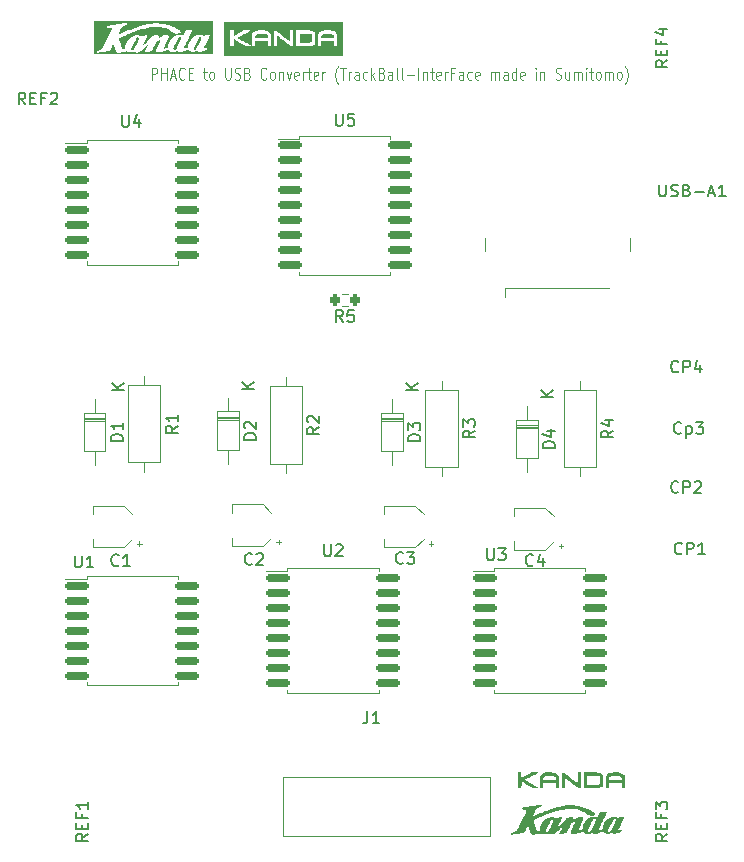
<source format=gto>
%TF.GenerationSoftware,KiCad,Pcbnew,(6.0.7-1)-1*%
%TF.CreationDate,2022-09-10T09:57:04+09:00*%
%TF.ProjectId,mouse,6d6f7573-652e-46b6-9963-61645f706362,rev?*%
%TF.SameCoordinates,Original*%
%TF.FileFunction,Legend,Top*%
%TF.FilePolarity,Positive*%
%FSLAX46Y46*%
G04 Gerber Fmt 4.6, Leading zero omitted, Abs format (unit mm)*
G04 Created by KiCad (PCBNEW (6.0.7-1)-1) date 2022-09-10 09:57:04*
%MOMM*%
%LPD*%
G01*
G04 APERTURE LIST*
G04 Aperture macros list*
%AMRoundRect*
0 Rectangle with rounded corners*
0 $1 Rounding radius*
0 $2 $3 $4 $5 $6 $7 $8 $9 X,Y pos of 4 corners*
0 Add a 4 corners polygon primitive as box body*
4,1,4,$2,$3,$4,$5,$6,$7,$8,$9,$2,$3,0*
0 Add four circle primitives for the rounded corners*
1,1,$1+$1,$2,$3*
1,1,$1+$1,$4,$5*
1,1,$1+$1,$6,$7*
1,1,$1+$1,$8,$9*
0 Add four rect primitives between the rounded corners*
20,1,$1+$1,$2,$3,$4,$5,0*
20,1,$1+$1,$4,$5,$6,$7,0*
20,1,$1+$1,$6,$7,$8,$9,0*
20,1,$1+$1,$8,$9,$2,$3,0*%
G04 Aperture macros list end*
%ADD10C,0.100000*%
%ADD11C,0.150000*%
%ADD12C,0.120000*%
%ADD13C,2.400000*%
%ADD14R,1.500000X1.500000*%
%ADD15O,1.500000X1.500000*%
%ADD16RoundRect,0.150000X-0.875000X-0.150000X0.875000X-0.150000X0.875000X0.150000X-0.875000X0.150000X0*%
%ADD17C,1.600000*%
%ADD18O,1.600000X1.600000*%
%ADD19C,5.700000*%
%ADD20R,2.200000X1.600000*%
%ADD21RoundRect,0.200000X0.200000X0.275000X-0.200000X0.275000X-0.200000X-0.275000X0.200000X-0.275000X0*%
%ADD22C,1.100000*%
%ADD23R,1.100000X2.500000*%
%ADD24O,1.900000X3.500000*%
%ADD25C,1.524000*%
G04 APERTURE END LIST*
D10*
X113647619Y-48352380D02*
X113647619Y-47352380D01*
X113952380Y-47352380D01*
X114028571Y-47400000D01*
X114066666Y-47447619D01*
X114104761Y-47542857D01*
X114104761Y-47685714D01*
X114066666Y-47780952D01*
X114028571Y-47828571D01*
X113952380Y-47876190D01*
X113647619Y-47876190D01*
X114447619Y-48352380D02*
X114447619Y-47352380D01*
X114447619Y-47828571D02*
X114904761Y-47828571D01*
X114904761Y-48352380D02*
X114904761Y-47352380D01*
X115247619Y-48066666D02*
X115628571Y-48066666D01*
X115171428Y-48352380D02*
X115438095Y-47352380D01*
X115704761Y-48352380D01*
X116428571Y-48257142D02*
X116390476Y-48304761D01*
X116276190Y-48352380D01*
X116200000Y-48352380D01*
X116085714Y-48304761D01*
X116009523Y-48209523D01*
X115971428Y-48114285D01*
X115933333Y-47923809D01*
X115933333Y-47780952D01*
X115971428Y-47590476D01*
X116009523Y-47495238D01*
X116085714Y-47400000D01*
X116200000Y-47352380D01*
X116276190Y-47352380D01*
X116390476Y-47400000D01*
X116428571Y-47447619D01*
X116771428Y-47828571D02*
X117038095Y-47828571D01*
X117152380Y-48352380D02*
X116771428Y-48352380D01*
X116771428Y-47352380D01*
X117152380Y-47352380D01*
X117990476Y-47685714D02*
X118295238Y-47685714D01*
X118104761Y-47352380D02*
X118104761Y-48209523D01*
X118142857Y-48304761D01*
X118219047Y-48352380D01*
X118295238Y-48352380D01*
X118676190Y-48352380D02*
X118600000Y-48304761D01*
X118561904Y-48257142D01*
X118523809Y-48161904D01*
X118523809Y-47876190D01*
X118561904Y-47780952D01*
X118600000Y-47733333D01*
X118676190Y-47685714D01*
X118790476Y-47685714D01*
X118866666Y-47733333D01*
X118904761Y-47780952D01*
X118942857Y-47876190D01*
X118942857Y-48161904D01*
X118904761Y-48257142D01*
X118866666Y-48304761D01*
X118790476Y-48352380D01*
X118676190Y-48352380D01*
X119895238Y-47352380D02*
X119895238Y-48161904D01*
X119933333Y-48257142D01*
X119971428Y-48304761D01*
X120047619Y-48352380D01*
X120200000Y-48352380D01*
X120276190Y-48304761D01*
X120314285Y-48257142D01*
X120352380Y-48161904D01*
X120352380Y-47352380D01*
X120695238Y-48304761D02*
X120809523Y-48352380D01*
X121000000Y-48352380D01*
X121076190Y-48304761D01*
X121114285Y-48257142D01*
X121152380Y-48161904D01*
X121152380Y-48066666D01*
X121114285Y-47971428D01*
X121076190Y-47923809D01*
X121000000Y-47876190D01*
X120847619Y-47828571D01*
X120771428Y-47780952D01*
X120733333Y-47733333D01*
X120695238Y-47638095D01*
X120695238Y-47542857D01*
X120733333Y-47447619D01*
X120771428Y-47400000D01*
X120847619Y-47352380D01*
X121038095Y-47352380D01*
X121152380Y-47400000D01*
X121761904Y-47828571D02*
X121876190Y-47876190D01*
X121914285Y-47923809D01*
X121952380Y-48019047D01*
X121952380Y-48161904D01*
X121914285Y-48257142D01*
X121876190Y-48304761D01*
X121800000Y-48352380D01*
X121495238Y-48352380D01*
X121495238Y-47352380D01*
X121761904Y-47352380D01*
X121838095Y-47400000D01*
X121876190Y-47447619D01*
X121914285Y-47542857D01*
X121914285Y-47638095D01*
X121876190Y-47733333D01*
X121838095Y-47780952D01*
X121761904Y-47828571D01*
X121495238Y-47828571D01*
X123361904Y-48257142D02*
X123323809Y-48304761D01*
X123209523Y-48352380D01*
X123133333Y-48352380D01*
X123019047Y-48304761D01*
X122942857Y-48209523D01*
X122904761Y-48114285D01*
X122866666Y-47923809D01*
X122866666Y-47780952D01*
X122904761Y-47590476D01*
X122942857Y-47495238D01*
X123019047Y-47400000D01*
X123133333Y-47352380D01*
X123209523Y-47352380D01*
X123323809Y-47400000D01*
X123361904Y-47447619D01*
X123819047Y-48352380D02*
X123742857Y-48304761D01*
X123704761Y-48257142D01*
X123666666Y-48161904D01*
X123666666Y-47876190D01*
X123704761Y-47780952D01*
X123742857Y-47733333D01*
X123819047Y-47685714D01*
X123933333Y-47685714D01*
X124009523Y-47733333D01*
X124047619Y-47780952D01*
X124085714Y-47876190D01*
X124085714Y-48161904D01*
X124047619Y-48257142D01*
X124009523Y-48304761D01*
X123933333Y-48352380D01*
X123819047Y-48352380D01*
X124428571Y-47685714D02*
X124428571Y-48352380D01*
X124428571Y-47780952D02*
X124466666Y-47733333D01*
X124542857Y-47685714D01*
X124657142Y-47685714D01*
X124733333Y-47733333D01*
X124771428Y-47828571D01*
X124771428Y-48352380D01*
X125076190Y-47685714D02*
X125266666Y-48352380D01*
X125457142Y-47685714D01*
X126066666Y-48304761D02*
X125990476Y-48352380D01*
X125838095Y-48352380D01*
X125761904Y-48304761D01*
X125723809Y-48209523D01*
X125723809Y-47828571D01*
X125761904Y-47733333D01*
X125838095Y-47685714D01*
X125990476Y-47685714D01*
X126066666Y-47733333D01*
X126104761Y-47828571D01*
X126104761Y-47923809D01*
X125723809Y-48019047D01*
X126447619Y-48352380D02*
X126447619Y-47685714D01*
X126447619Y-47876190D02*
X126485714Y-47780952D01*
X126523809Y-47733333D01*
X126600000Y-47685714D01*
X126676190Y-47685714D01*
X126828571Y-47685714D02*
X127133333Y-47685714D01*
X126942857Y-47352380D02*
X126942857Y-48209523D01*
X126980952Y-48304761D01*
X127057142Y-48352380D01*
X127133333Y-48352380D01*
X127704761Y-48304761D02*
X127628571Y-48352380D01*
X127476190Y-48352380D01*
X127400000Y-48304761D01*
X127361904Y-48209523D01*
X127361904Y-47828571D01*
X127400000Y-47733333D01*
X127476190Y-47685714D01*
X127628571Y-47685714D01*
X127704761Y-47733333D01*
X127742857Y-47828571D01*
X127742857Y-47923809D01*
X127361904Y-48019047D01*
X128085714Y-48352380D02*
X128085714Y-47685714D01*
X128085714Y-47876190D02*
X128123809Y-47780952D01*
X128161904Y-47733333D01*
X128238095Y-47685714D01*
X128314285Y-47685714D01*
X129419047Y-48733333D02*
X129380952Y-48685714D01*
X129304761Y-48542857D01*
X129266666Y-48447619D01*
X129228571Y-48304761D01*
X129190476Y-48066666D01*
X129190476Y-47876190D01*
X129228571Y-47638095D01*
X129266666Y-47495238D01*
X129304761Y-47400000D01*
X129380952Y-47257142D01*
X129419047Y-47209523D01*
X129609523Y-47352380D02*
X130066666Y-47352380D01*
X129838095Y-48352380D02*
X129838095Y-47352380D01*
X130333333Y-48352380D02*
X130333333Y-47685714D01*
X130333333Y-47876190D02*
X130371428Y-47780952D01*
X130409523Y-47733333D01*
X130485714Y-47685714D01*
X130561904Y-47685714D01*
X131171428Y-48352380D02*
X131171428Y-47828571D01*
X131133333Y-47733333D01*
X131057142Y-47685714D01*
X130904761Y-47685714D01*
X130828571Y-47733333D01*
X131171428Y-48304761D02*
X131095238Y-48352380D01*
X130904761Y-48352380D01*
X130828571Y-48304761D01*
X130790476Y-48209523D01*
X130790476Y-48114285D01*
X130828571Y-48019047D01*
X130904761Y-47971428D01*
X131095238Y-47971428D01*
X131171428Y-47923809D01*
X131895238Y-48304761D02*
X131819047Y-48352380D01*
X131666666Y-48352380D01*
X131590476Y-48304761D01*
X131552380Y-48257142D01*
X131514285Y-48161904D01*
X131514285Y-47876190D01*
X131552380Y-47780952D01*
X131590476Y-47733333D01*
X131666666Y-47685714D01*
X131819047Y-47685714D01*
X131895238Y-47733333D01*
X132238095Y-48352380D02*
X132238095Y-47352380D01*
X132314285Y-47971428D02*
X132542857Y-48352380D01*
X132542857Y-47685714D02*
X132238095Y-48066666D01*
X133152380Y-47828571D02*
X133266666Y-47876190D01*
X133304761Y-47923809D01*
X133342857Y-48019047D01*
X133342857Y-48161904D01*
X133304761Y-48257142D01*
X133266666Y-48304761D01*
X133190476Y-48352380D01*
X132885714Y-48352380D01*
X132885714Y-47352380D01*
X133152380Y-47352380D01*
X133228571Y-47400000D01*
X133266666Y-47447619D01*
X133304761Y-47542857D01*
X133304761Y-47638095D01*
X133266666Y-47733333D01*
X133228571Y-47780952D01*
X133152380Y-47828571D01*
X132885714Y-47828571D01*
X134028571Y-48352380D02*
X134028571Y-47828571D01*
X133990476Y-47733333D01*
X133914285Y-47685714D01*
X133761904Y-47685714D01*
X133685714Y-47733333D01*
X134028571Y-48304761D02*
X133952380Y-48352380D01*
X133761904Y-48352380D01*
X133685714Y-48304761D01*
X133647619Y-48209523D01*
X133647619Y-48114285D01*
X133685714Y-48019047D01*
X133761904Y-47971428D01*
X133952380Y-47971428D01*
X134028571Y-47923809D01*
X134523809Y-48352380D02*
X134447619Y-48304761D01*
X134409523Y-48209523D01*
X134409523Y-47352380D01*
X134942857Y-48352380D02*
X134866666Y-48304761D01*
X134828571Y-48209523D01*
X134828571Y-47352380D01*
X135247619Y-47971428D02*
X135857142Y-47971428D01*
X136238095Y-48352380D02*
X136238095Y-47352380D01*
X136619047Y-47685714D02*
X136619047Y-48352380D01*
X136619047Y-47780952D02*
X136657142Y-47733333D01*
X136733333Y-47685714D01*
X136847619Y-47685714D01*
X136923809Y-47733333D01*
X136961904Y-47828571D01*
X136961904Y-48352380D01*
X137228571Y-47685714D02*
X137533333Y-47685714D01*
X137342857Y-47352380D02*
X137342857Y-48209523D01*
X137380952Y-48304761D01*
X137457142Y-48352380D01*
X137533333Y-48352380D01*
X138104761Y-48304761D02*
X138028571Y-48352380D01*
X137876190Y-48352380D01*
X137800000Y-48304761D01*
X137761904Y-48209523D01*
X137761904Y-47828571D01*
X137800000Y-47733333D01*
X137876190Y-47685714D01*
X138028571Y-47685714D01*
X138104761Y-47733333D01*
X138142857Y-47828571D01*
X138142857Y-47923809D01*
X137761904Y-48019047D01*
X138485714Y-48352380D02*
X138485714Y-47685714D01*
X138485714Y-47876190D02*
X138523809Y-47780952D01*
X138561904Y-47733333D01*
X138638095Y-47685714D01*
X138714285Y-47685714D01*
X139247619Y-47828571D02*
X138980952Y-47828571D01*
X138980952Y-48352380D02*
X138980952Y-47352380D01*
X139361904Y-47352380D01*
X140009523Y-48352380D02*
X140009523Y-47828571D01*
X139971428Y-47733333D01*
X139895238Y-47685714D01*
X139742857Y-47685714D01*
X139666666Y-47733333D01*
X140009523Y-48304761D02*
X139933333Y-48352380D01*
X139742857Y-48352380D01*
X139666666Y-48304761D01*
X139628571Y-48209523D01*
X139628571Y-48114285D01*
X139666666Y-48019047D01*
X139742857Y-47971428D01*
X139933333Y-47971428D01*
X140009523Y-47923809D01*
X140733333Y-48304761D02*
X140657142Y-48352380D01*
X140504761Y-48352380D01*
X140428571Y-48304761D01*
X140390476Y-48257142D01*
X140352380Y-48161904D01*
X140352380Y-47876190D01*
X140390476Y-47780952D01*
X140428571Y-47733333D01*
X140504761Y-47685714D01*
X140657142Y-47685714D01*
X140733333Y-47733333D01*
X141380952Y-48304761D02*
X141304761Y-48352380D01*
X141152380Y-48352380D01*
X141076190Y-48304761D01*
X141038095Y-48209523D01*
X141038095Y-47828571D01*
X141076190Y-47733333D01*
X141152380Y-47685714D01*
X141304761Y-47685714D01*
X141380952Y-47733333D01*
X141419047Y-47828571D01*
X141419047Y-47923809D01*
X141038095Y-48019047D01*
X142371428Y-48352380D02*
X142371428Y-47685714D01*
X142371428Y-47780952D02*
X142409523Y-47733333D01*
X142485714Y-47685714D01*
X142600000Y-47685714D01*
X142676190Y-47733333D01*
X142714285Y-47828571D01*
X142714285Y-48352380D01*
X142714285Y-47828571D02*
X142752380Y-47733333D01*
X142828571Y-47685714D01*
X142942857Y-47685714D01*
X143019047Y-47733333D01*
X143057142Y-47828571D01*
X143057142Y-48352380D01*
X143780952Y-48352380D02*
X143780952Y-47828571D01*
X143742857Y-47733333D01*
X143666666Y-47685714D01*
X143514285Y-47685714D01*
X143438095Y-47733333D01*
X143780952Y-48304761D02*
X143704761Y-48352380D01*
X143514285Y-48352380D01*
X143438095Y-48304761D01*
X143400000Y-48209523D01*
X143400000Y-48114285D01*
X143438095Y-48019047D01*
X143514285Y-47971428D01*
X143704761Y-47971428D01*
X143780952Y-47923809D01*
X144504761Y-48352380D02*
X144504761Y-47352380D01*
X144504761Y-48304761D02*
X144428571Y-48352380D01*
X144276190Y-48352380D01*
X144200000Y-48304761D01*
X144161904Y-48257142D01*
X144123809Y-48161904D01*
X144123809Y-47876190D01*
X144161904Y-47780952D01*
X144200000Y-47733333D01*
X144276190Y-47685714D01*
X144428571Y-47685714D01*
X144504761Y-47733333D01*
X145190476Y-48304761D02*
X145114285Y-48352380D01*
X144961904Y-48352380D01*
X144885714Y-48304761D01*
X144847619Y-48209523D01*
X144847619Y-47828571D01*
X144885714Y-47733333D01*
X144961904Y-47685714D01*
X145114285Y-47685714D01*
X145190476Y-47733333D01*
X145228571Y-47828571D01*
X145228571Y-47923809D01*
X144847619Y-48019047D01*
X146180952Y-48352380D02*
X146180952Y-47685714D01*
X146180952Y-47352380D02*
X146142857Y-47400000D01*
X146180952Y-47447619D01*
X146219047Y-47400000D01*
X146180952Y-47352380D01*
X146180952Y-47447619D01*
X146561904Y-47685714D02*
X146561904Y-48352380D01*
X146561904Y-47780952D02*
X146600000Y-47733333D01*
X146676190Y-47685714D01*
X146790476Y-47685714D01*
X146866666Y-47733333D01*
X146904761Y-47828571D01*
X146904761Y-48352380D01*
X147857142Y-48304761D02*
X147971428Y-48352380D01*
X148161904Y-48352380D01*
X148238095Y-48304761D01*
X148276190Y-48257142D01*
X148314285Y-48161904D01*
X148314285Y-48066666D01*
X148276190Y-47971428D01*
X148238095Y-47923809D01*
X148161904Y-47876190D01*
X148009523Y-47828571D01*
X147933333Y-47780952D01*
X147895238Y-47733333D01*
X147857142Y-47638095D01*
X147857142Y-47542857D01*
X147895238Y-47447619D01*
X147933333Y-47400000D01*
X148009523Y-47352380D01*
X148200000Y-47352380D01*
X148314285Y-47400000D01*
X149000000Y-47685714D02*
X149000000Y-48352380D01*
X148657142Y-47685714D02*
X148657142Y-48209523D01*
X148695238Y-48304761D01*
X148771428Y-48352380D01*
X148885714Y-48352380D01*
X148961904Y-48304761D01*
X149000000Y-48257142D01*
X149380952Y-48352380D02*
X149380952Y-47685714D01*
X149380952Y-47780952D02*
X149419047Y-47733333D01*
X149495238Y-47685714D01*
X149609523Y-47685714D01*
X149685714Y-47733333D01*
X149723809Y-47828571D01*
X149723809Y-48352380D01*
X149723809Y-47828571D02*
X149761904Y-47733333D01*
X149838095Y-47685714D01*
X149952380Y-47685714D01*
X150028571Y-47733333D01*
X150066666Y-47828571D01*
X150066666Y-48352380D01*
X150447619Y-48352380D02*
X150447619Y-47685714D01*
X150447619Y-47352380D02*
X150409523Y-47400000D01*
X150447619Y-47447619D01*
X150485714Y-47400000D01*
X150447619Y-47352380D01*
X150447619Y-47447619D01*
X150714285Y-47685714D02*
X151019047Y-47685714D01*
X150828571Y-47352380D02*
X150828571Y-48209523D01*
X150866666Y-48304761D01*
X150942857Y-48352380D01*
X151019047Y-48352380D01*
X151400000Y-48352380D02*
X151323809Y-48304761D01*
X151285714Y-48257142D01*
X151247619Y-48161904D01*
X151247619Y-47876190D01*
X151285714Y-47780952D01*
X151323809Y-47733333D01*
X151400000Y-47685714D01*
X151514285Y-47685714D01*
X151590476Y-47733333D01*
X151628571Y-47780952D01*
X151666666Y-47876190D01*
X151666666Y-48161904D01*
X151628571Y-48257142D01*
X151590476Y-48304761D01*
X151514285Y-48352380D01*
X151400000Y-48352380D01*
X152009523Y-48352380D02*
X152009523Y-47685714D01*
X152009523Y-47780952D02*
X152047619Y-47733333D01*
X152123809Y-47685714D01*
X152238095Y-47685714D01*
X152314285Y-47733333D01*
X152352380Y-47828571D01*
X152352380Y-48352380D01*
X152352380Y-47828571D02*
X152390476Y-47733333D01*
X152466666Y-47685714D01*
X152580952Y-47685714D01*
X152657142Y-47733333D01*
X152695238Y-47828571D01*
X152695238Y-48352380D01*
X153190476Y-48352380D02*
X153114285Y-48304761D01*
X153076190Y-48257142D01*
X153038095Y-48161904D01*
X153038095Y-47876190D01*
X153076190Y-47780952D01*
X153114285Y-47733333D01*
X153190476Y-47685714D01*
X153304761Y-47685714D01*
X153380952Y-47733333D01*
X153419047Y-47780952D01*
X153457142Y-47876190D01*
X153457142Y-48161904D01*
X153419047Y-48257142D01*
X153380952Y-48304761D01*
X153304761Y-48352380D01*
X153190476Y-48352380D01*
X153723809Y-48733333D02*
X153761904Y-48685714D01*
X153838095Y-48542857D01*
X153876190Y-48447619D01*
X153914285Y-48304761D01*
X153952380Y-48066666D01*
X153952380Y-47876190D01*
X153914285Y-47638095D01*
X153876190Y-47495238D01*
X153838095Y-47400000D01*
X153761904Y-47257142D01*
X153723809Y-47209523D01*
D11*
%TO.C,CP1*%
X158533333Y-88457142D02*
X158485714Y-88504761D01*
X158342857Y-88552380D01*
X158247619Y-88552380D01*
X158104761Y-88504761D01*
X158009523Y-88409523D01*
X157961904Y-88314285D01*
X157914285Y-88123809D01*
X157914285Y-87980952D01*
X157961904Y-87790476D01*
X158009523Y-87695238D01*
X158104761Y-87600000D01*
X158247619Y-87552380D01*
X158342857Y-87552380D01*
X158485714Y-87600000D01*
X158533333Y-87647619D01*
X158961904Y-88552380D02*
X158961904Y-87552380D01*
X159342857Y-87552380D01*
X159438095Y-87600000D01*
X159485714Y-87647619D01*
X159533333Y-87742857D01*
X159533333Y-87885714D01*
X159485714Y-87980952D01*
X159438095Y-88028571D01*
X159342857Y-88076190D01*
X158961904Y-88076190D01*
X160485714Y-88552380D02*
X159914285Y-88552380D01*
X160200000Y-88552380D02*
X160200000Y-87552380D01*
X160104761Y-87695238D01*
X160009523Y-87790476D01*
X159914285Y-87838095D01*
%TO.C,D4*%
X147772380Y-79533095D02*
X146772380Y-79533095D01*
X146772380Y-79295000D01*
X146820000Y-79152142D01*
X146915238Y-79056904D01*
X147010476Y-79009285D01*
X147200952Y-78961666D01*
X147343809Y-78961666D01*
X147534285Y-79009285D01*
X147629523Y-79056904D01*
X147724761Y-79152142D01*
X147772380Y-79295000D01*
X147772380Y-79533095D01*
X147105714Y-78104523D02*
X147772380Y-78104523D01*
X146724761Y-78342619D02*
X147439047Y-78580714D01*
X147439047Y-77961666D01*
X147602380Y-75246904D02*
X146602380Y-75246904D01*
X147602380Y-74675476D02*
X147030952Y-75104047D01*
X146602380Y-74675476D02*
X147173809Y-75246904D01*
%TO.C,U4*%
X111138095Y-51352380D02*
X111138095Y-52161904D01*
X111185714Y-52257142D01*
X111233333Y-52304761D01*
X111328571Y-52352380D01*
X111519047Y-52352380D01*
X111614285Y-52304761D01*
X111661904Y-52257142D01*
X111709523Y-52161904D01*
X111709523Y-51352380D01*
X112614285Y-51685714D02*
X112614285Y-52352380D01*
X112376190Y-51304761D02*
X112138095Y-52019047D01*
X112757142Y-52019047D01*
%TO.C,R3*%
X141022380Y-78066666D02*
X140546190Y-78400000D01*
X141022380Y-78638095D02*
X140022380Y-78638095D01*
X140022380Y-78257142D01*
X140070000Y-78161904D01*
X140117619Y-78114285D01*
X140212857Y-78066666D01*
X140355714Y-78066666D01*
X140450952Y-78114285D01*
X140498571Y-78161904D01*
X140546190Y-78257142D01*
X140546190Y-78638095D01*
X140022380Y-77733333D02*
X140022380Y-77114285D01*
X140403333Y-77447619D01*
X140403333Y-77304761D01*
X140450952Y-77209523D01*
X140498571Y-77161904D01*
X140593809Y-77114285D01*
X140831904Y-77114285D01*
X140927142Y-77161904D01*
X140974761Y-77209523D01*
X141022380Y-77304761D01*
X141022380Y-77590476D01*
X140974761Y-77685714D01*
X140927142Y-77733333D01*
%TO.C,Cp3*%
X158480952Y-78257142D02*
X158433333Y-78304761D01*
X158290476Y-78352380D01*
X158195238Y-78352380D01*
X158052380Y-78304761D01*
X157957142Y-78209523D01*
X157909523Y-78114285D01*
X157861904Y-77923809D01*
X157861904Y-77780952D01*
X157909523Y-77590476D01*
X157957142Y-77495238D01*
X158052380Y-77400000D01*
X158195238Y-77352380D01*
X158290476Y-77352380D01*
X158433333Y-77400000D01*
X158480952Y-77447619D01*
X158909523Y-77685714D02*
X158909523Y-78685714D01*
X158909523Y-77733333D02*
X159004761Y-77685714D01*
X159195238Y-77685714D01*
X159290476Y-77733333D01*
X159338095Y-77780952D01*
X159385714Y-77876190D01*
X159385714Y-78161904D01*
X159338095Y-78257142D01*
X159290476Y-78304761D01*
X159195238Y-78352380D01*
X159004761Y-78352380D01*
X158909523Y-78304761D01*
X159719047Y-77352380D02*
X160338095Y-77352380D01*
X160004761Y-77733333D01*
X160147619Y-77733333D01*
X160242857Y-77780952D01*
X160290476Y-77828571D01*
X160338095Y-77923809D01*
X160338095Y-78161904D01*
X160290476Y-78257142D01*
X160242857Y-78304761D01*
X160147619Y-78352380D01*
X159861904Y-78352380D01*
X159766666Y-78304761D01*
X159719047Y-78257142D01*
%TO.C,R1*%
X115839880Y-77664166D02*
X115363690Y-77997500D01*
X115839880Y-78235595D02*
X114839880Y-78235595D01*
X114839880Y-77854642D01*
X114887500Y-77759404D01*
X114935119Y-77711785D01*
X115030357Y-77664166D01*
X115173214Y-77664166D01*
X115268452Y-77711785D01*
X115316071Y-77759404D01*
X115363690Y-77854642D01*
X115363690Y-78235595D01*
X115839880Y-76711785D02*
X115839880Y-77283214D01*
X115839880Y-76997500D02*
X114839880Y-76997500D01*
X114982738Y-77092738D01*
X115077976Y-77187976D01*
X115125595Y-77283214D01*
%TO.C,REF1*%
X108257622Y-112212861D02*
X107781432Y-112546194D01*
X108257622Y-112784289D02*
X107257622Y-112784289D01*
X107257622Y-112403337D01*
X107305242Y-112308099D01*
X107352861Y-112260480D01*
X107448099Y-112212861D01*
X107590956Y-112212861D01*
X107686194Y-112260480D01*
X107733813Y-112308099D01*
X107781432Y-112403337D01*
X107781432Y-112784289D01*
X107733813Y-111784289D02*
X107733813Y-111450956D01*
X108257622Y-111308099D02*
X108257622Y-111784289D01*
X107257622Y-111784289D01*
X107257622Y-111308099D01*
X107733813Y-110546194D02*
X107733813Y-110879527D01*
X108257622Y-110879527D02*
X107257622Y-110879527D01*
X107257622Y-110403337D01*
X108257622Y-109498575D02*
X108257622Y-110070003D01*
X108257622Y-109784289D02*
X107257622Y-109784289D01*
X107400480Y-109879527D01*
X107495718Y-109974765D01*
X107543337Y-110070003D01*
%TO.C,C3*%
X134933333Y-89257142D02*
X134885714Y-89304761D01*
X134742857Y-89352380D01*
X134647619Y-89352380D01*
X134504761Y-89304761D01*
X134409523Y-89209523D01*
X134361904Y-89114285D01*
X134314285Y-88923809D01*
X134314285Y-88780952D01*
X134361904Y-88590476D01*
X134409523Y-88495238D01*
X134504761Y-88400000D01*
X134647619Y-88352380D01*
X134742857Y-88352380D01*
X134885714Y-88400000D01*
X134933333Y-88447619D01*
X135266666Y-88352380D02*
X135885714Y-88352380D01*
X135552380Y-88733333D01*
X135695238Y-88733333D01*
X135790476Y-88780952D01*
X135838095Y-88828571D01*
X135885714Y-88923809D01*
X135885714Y-89161904D01*
X135838095Y-89257142D01*
X135790476Y-89304761D01*
X135695238Y-89352380D01*
X135409523Y-89352380D01*
X135314285Y-89304761D01*
X135266666Y-89257142D01*
%TO.C,R5*%
X129833333Y-68882380D02*
X129500000Y-68406190D01*
X129261904Y-68882380D02*
X129261904Y-67882380D01*
X129642857Y-67882380D01*
X129738095Y-67930000D01*
X129785714Y-67977619D01*
X129833333Y-68072857D01*
X129833333Y-68215714D01*
X129785714Y-68310952D01*
X129738095Y-68358571D01*
X129642857Y-68406190D01*
X129261904Y-68406190D01*
X130738095Y-67882380D02*
X130261904Y-67882380D01*
X130214285Y-68358571D01*
X130261904Y-68310952D01*
X130357142Y-68263333D01*
X130595238Y-68263333D01*
X130690476Y-68310952D01*
X130738095Y-68358571D01*
X130785714Y-68453809D01*
X130785714Y-68691904D01*
X130738095Y-68787142D01*
X130690476Y-68834761D01*
X130595238Y-68882380D01*
X130357142Y-68882380D01*
X130261904Y-68834761D01*
X130214285Y-68787142D01*
%TO.C,U3*%
X142038095Y-88052380D02*
X142038095Y-88861904D01*
X142085714Y-88957142D01*
X142133333Y-89004761D01*
X142228571Y-89052380D01*
X142419047Y-89052380D01*
X142514285Y-89004761D01*
X142561904Y-88957142D01*
X142609523Y-88861904D01*
X142609523Y-88052380D01*
X142990476Y-88052380D02*
X143609523Y-88052380D01*
X143276190Y-88433333D01*
X143419047Y-88433333D01*
X143514285Y-88480952D01*
X143561904Y-88528571D01*
X143609523Y-88623809D01*
X143609523Y-88861904D01*
X143561904Y-88957142D01*
X143514285Y-89004761D01*
X143419047Y-89052380D01*
X143133333Y-89052380D01*
X143038095Y-89004761D01*
X142990476Y-88957142D01*
%TO.C,C2*%
X122133333Y-89342142D02*
X122085714Y-89389761D01*
X121942857Y-89437380D01*
X121847619Y-89437380D01*
X121704761Y-89389761D01*
X121609523Y-89294523D01*
X121561904Y-89199285D01*
X121514285Y-89008809D01*
X121514285Y-88865952D01*
X121561904Y-88675476D01*
X121609523Y-88580238D01*
X121704761Y-88485000D01*
X121847619Y-88437380D01*
X121942857Y-88437380D01*
X122085714Y-88485000D01*
X122133333Y-88532619D01*
X122514285Y-88532619D02*
X122561904Y-88485000D01*
X122657142Y-88437380D01*
X122895238Y-88437380D01*
X122990476Y-88485000D01*
X123038095Y-88532619D01*
X123085714Y-88627857D01*
X123085714Y-88723095D01*
X123038095Y-88865952D01*
X122466666Y-89437380D01*
X123085714Y-89437380D01*
%TO.C,U2*%
X128238095Y-87702380D02*
X128238095Y-88511904D01*
X128285714Y-88607142D01*
X128333333Y-88654761D01*
X128428571Y-88702380D01*
X128619047Y-88702380D01*
X128714285Y-88654761D01*
X128761904Y-88607142D01*
X128809523Y-88511904D01*
X128809523Y-87702380D01*
X129238095Y-87797619D02*
X129285714Y-87750000D01*
X129380952Y-87702380D01*
X129619047Y-87702380D01*
X129714285Y-87750000D01*
X129761904Y-87797619D01*
X129809523Y-87892857D01*
X129809523Y-87988095D01*
X129761904Y-88130952D01*
X129190476Y-88702380D01*
X129809523Y-88702380D01*
%TO.C,R2*%
X127822380Y-77766666D02*
X127346190Y-78100000D01*
X127822380Y-78338095D02*
X126822380Y-78338095D01*
X126822380Y-77957142D01*
X126870000Y-77861904D01*
X126917619Y-77814285D01*
X127012857Y-77766666D01*
X127155714Y-77766666D01*
X127250952Y-77814285D01*
X127298571Y-77861904D01*
X127346190Y-77957142D01*
X127346190Y-78338095D01*
X126917619Y-77385714D02*
X126870000Y-77338095D01*
X126822380Y-77242857D01*
X126822380Y-77004761D01*
X126870000Y-76909523D01*
X126917619Y-76861904D01*
X127012857Y-76814285D01*
X127108095Y-76814285D01*
X127250952Y-76861904D01*
X127822380Y-77433333D01*
X127822380Y-76814285D01*
%TO.C,D3*%
X136372380Y-78933095D02*
X135372380Y-78933095D01*
X135372380Y-78695000D01*
X135420000Y-78552142D01*
X135515238Y-78456904D01*
X135610476Y-78409285D01*
X135800952Y-78361666D01*
X135943809Y-78361666D01*
X136134285Y-78409285D01*
X136229523Y-78456904D01*
X136324761Y-78552142D01*
X136372380Y-78695000D01*
X136372380Y-78933095D01*
X135372380Y-78028333D02*
X135372380Y-77409285D01*
X135753333Y-77742619D01*
X135753333Y-77599761D01*
X135800952Y-77504523D01*
X135848571Y-77456904D01*
X135943809Y-77409285D01*
X136181904Y-77409285D01*
X136277142Y-77456904D01*
X136324761Y-77504523D01*
X136372380Y-77599761D01*
X136372380Y-77885476D01*
X136324761Y-77980714D01*
X136277142Y-78028333D01*
X136202380Y-74646904D02*
X135202380Y-74646904D01*
X136202380Y-74075476D02*
X135630952Y-74504047D01*
X135202380Y-74075476D02*
X135773809Y-74646904D01*
%TO.C,R4*%
X152722380Y-78066666D02*
X152246190Y-78400000D01*
X152722380Y-78638095D02*
X151722380Y-78638095D01*
X151722380Y-78257142D01*
X151770000Y-78161904D01*
X151817619Y-78114285D01*
X151912857Y-78066666D01*
X152055714Y-78066666D01*
X152150952Y-78114285D01*
X152198571Y-78161904D01*
X152246190Y-78257142D01*
X152246190Y-78638095D01*
X152055714Y-77209523D02*
X152722380Y-77209523D01*
X151674761Y-77447619D02*
X152389047Y-77685714D01*
X152389047Y-77066666D01*
%TO.C,CP2*%
X158233333Y-83257142D02*
X158185714Y-83304761D01*
X158042857Y-83352380D01*
X157947619Y-83352380D01*
X157804761Y-83304761D01*
X157709523Y-83209523D01*
X157661904Y-83114285D01*
X157614285Y-82923809D01*
X157614285Y-82780952D01*
X157661904Y-82590476D01*
X157709523Y-82495238D01*
X157804761Y-82400000D01*
X157947619Y-82352380D01*
X158042857Y-82352380D01*
X158185714Y-82400000D01*
X158233333Y-82447619D01*
X158661904Y-83352380D02*
X158661904Y-82352380D01*
X159042857Y-82352380D01*
X159138095Y-82400000D01*
X159185714Y-82447619D01*
X159233333Y-82542857D01*
X159233333Y-82685714D01*
X159185714Y-82780952D01*
X159138095Y-82828571D01*
X159042857Y-82876190D01*
X158661904Y-82876190D01*
X159614285Y-82447619D02*
X159661904Y-82400000D01*
X159757142Y-82352380D01*
X159995238Y-82352380D01*
X160090476Y-82400000D01*
X160138095Y-82447619D01*
X160185714Y-82542857D01*
X160185714Y-82638095D01*
X160138095Y-82780952D01*
X159566666Y-83352380D01*
X160185714Y-83352380D01*
%TO.C,REF2*%
X102952380Y-50452380D02*
X102619047Y-49976190D01*
X102380952Y-50452380D02*
X102380952Y-49452380D01*
X102761904Y-49452380D01*
X102857142Y-49500000D01*
X102904761Y-49547619D01*
X102952380Y-49642857D01*
X102952380Y-49785714D01*
X102904761Y-49880952D01*
X102857142Y-49928571D01*
X102761904Y-49976190D01*
X102380952Y-49976190D01*
X103380952Y-49928571D02*
X103714285Y-49928571D01*
X103857142Y-50452380D02*
X103380952Y-50452380D01*
X103380952Y-49452380D01*
X103857142Y-49452380D01*
X104619047Y-49928571D02*
X104285714Y-49928571D01*
X104285714Y-50452380D02*
X104285714Y-49452380D01*
X104761904Y-49452380D01*
X105095238Y-49547619D02*
X105142857Y-49500000D01*
X105238095Y-49452380D01*
X105476190Y-49452380D01*
X105571428Y-49500000D01*
X105619047Y-49547619D01*
X105666666Y-49642857D01*
X105666666Y-49738095D01*
X105619047Y-49880952D01*
X105047619Y-50452380D01*
X105666666Y-50452380D01*
%TO.C,REF3*%
X157307622Y-112212861D02*
X156831432Y-112546194D01*
X157307622Y-112784289D02*
X156307622Y-112784289D01*
X156307622Y-112403337D01*
X156355242Y-112308099D01*
X156402861Y-112260480D01*
X156498099Y-112212861D01*
X156640956Y-112212861D01*
X156736194Y-112260480D01*
X156783813Y-112308099D01*
X156831432Y-112403337D01*
X156831432Y-112784289D01*
X156783813Y-111784289D02*
X156783813Y-111450956D01*
X157307622Y-111308099D02*
X157307622Y-111784289D01*
X156307622Y-111784289D01*
X156307622Y-111308099D01*
X156783813Y-110546194D02*
X156783813Y-110879527D01*
X157307622Y-110879527D02*
X156307622Y-110879527D01*
X156307622Y-110403337D01*
X156307622Y-110117622D02*
X156307622Y-109498575D01*
X156688575Y-109831908D01*
X156688575Y-109689051D01*
X156736194Y-109593813D01*
X156783813Y-109546194D01*
X156879051Y-109498575D01*
X157117146Y-109498575D01*
X157212384Y-109546194D01*
X157260003Y-109593813D01*
X157307622Y-109689051D01*
X157307622Y-109974765D01*
X157260003Y-110070003D01*
X157212384Y-110117622D01*
%TO.C,CP4*%
X158233333Y-73057142D02*
X158185714Y-73104761D01*
X158042857Y-73152380D01*
X157947619Y-73152380D01*
X157804761Y-73104761D01*
X157709523Y-73009523D01*
X157661904Y-72914285D01*
X157614285Y-72723809D01*
X157614285Y-72580952D01*
X157661904Y-72390476D01*
X157709523Y-72295238D01*
X157804761Y-72200000D01*
X157947619Y-72152380D01*
X158042857Y-72152380D01*
X158185714Y-72200000D01*
X158233333Y-72247619D01*
X158661904Y-73152380D02*
X158661904Y-72152380D01*
X159042857Y-72152380D01*
X159138095Y-72200000D01*
X159185714Y-72247619D01*
X159233333Y-72342857D01*
X159233333Y-72485714D01*
X159185714Y-72580952D01*
X159138095Y-72628571D01*
X159042857Y-72676190D01*
X158661904Y-72676190D01*
X160090476Y-72485714D02*
X160090476Y-73152380D01*
X159852380Y-72104761D02*
X159614285Y-72819047D01*
X160233333Y-72819047D01*
%TO.C,USB-A1*%
X156614285Y-57252380D02*
X156614285Y-58061904D01*
X156661904Y-58157142D01*
X156709523Y-58204761D01*
X156804761Y-58252380D01*
X156995238Y-58252380D01*
X157090476Y-58204761D01*
X157138095Y-58157142D01*
X157185714Y-58061904D01*
X157185714Y-57252380D01*
X157614285Y-58204761D02*
X157757142Y-58252380D01*
X157995238Y-58252380D01*
X158090476Y-58204761D01*
X158138095Y-58157142D01*
X158185714Y-58061904D01*
X158185714Y-57966666D01*
X158138095Y-57871428D01*
X158090476Y-57823809D01*
X157995238Y-57776190D01*
X157804761Y-57728571D01*
X157709523Y-57680952D01*
X157661904Y-57633333D01*
X157614285Y-57538095D01*
X157614285Y-57442857D01*
X157661904Y-57347619D01*
X157709523Y-57300000D01*
X157804761Y-57252380D01*
X158042857Y-57252380D01*
X158185714Y-57300000D01*
X158947619Y-57728571D02*
X159090476Y-57776190D01*
X159138095Y-57823809D01*
X159185714Y-57919047D01*
X159185714Y-58061904D01*
X159138095Y-58157142D01*
X159090476Y-58204761D01*
X158995238Y-58252380D01*
X158614285Y-58252380D01*
X158614285Y-57252380D01*
X158947619Y-57252380D01*
X159042857Y-57300000D01*
X159090476Y-57347619D01*
X159138095Y-57442857D01*
X159138095Y-57538095D01*
X159090476Y-57633333D01*
X159042857Y-57680952D01*
X158947619Y-57728571D01*
X158614285Y-57728571D01*
X159614285Y-57871428D02*
X160376190Y-57871428D01*
X160804761Y-57966666D02*
X161280952Y-57966666D01*
X160709523Y-58252380D02*
X161042857Y-57252380D01*
X161376190Y-58252380D01*
X162233333Y-58252380D02*
X161661904Y-58252380D01*
X161947619Y-58252380D02*
X161947619Y-57252380D01*
X161852380Y-57395238D01*
X161757142Y-57490476D01*
X161661904Y-57538095D01*
%TO.C,C1*%
X110850833Y-89454642D02*
X110803214Y-89502261D01*
X110660357Y-89549880D01*
X110565119Y-89549880D01*
X110422261Y-89502261D01*
X110327023Y-89407023D01*
X110279404Y-89311785D01*
X110231785Y-89121309D01*
X110231785Y-88978452D01*
X110279404Y-88787976D01*
X110327023Y-88692738D01*
X110422261Y-88597500D01*
X110565119Y-88549880D01*
X110660357Y-88549880D01*
X110803214Y-88597500D01*
X110850833Y-88645119D01*
X111803214Y-89549880D02*
X111231785Y-89549880D01*
X111517500Y-89549880D02*
X111517500Y-88549880D01*
X111422261Y-88692738D01*
X111327023Y-88787976D01*
X111231785Y-88835595D01*
%TO.C,U5*%
X129238095Y-51252380D02*
X129238095Y-52061904D01*
X129285714Y-52157142D01*
X129333333Y-52204761D01*
X129428571Y-52252380D01*
X129619047Y-52252380D01*
X129714285Y-52204761D01*
X129761904Y-52157142D01*
X129809523Y-52061904D01*
X129809523Y-51252380D01*
X130761904Y-51252380D02*
X130285714Y-51252380D01*
X130238095Y-51728571D01*
X130285714Y-51680952D01*
X130380952Y-51633333D01*
X130619047Y-51633333D01*
X130714285Y-51680952D01*
X130761904Y-51728571D01*
X130809523Y-51823809D01*
X130809523Y-52061904D01*
X130761904Y-52157142D01*
X130714285Y-52204761D01*
X130619047Y-52252380D01*
X130380952Y-52252380D01*
X130285714Y-52204761D01*
X130238095Y-52157142D01*
%TO.C,D2*%
X122472380Y-78833095D02*
X121472380Y-78833095D01*
X121472380Y-78595000D01*
X121520000Y-78452142D01*
X121615238Y-78356904D01*
X121710476Y-78309285D01*
X121900952Y-78261666D01*
X122043809Y-78261666D01*
X122234285Y-78309285D01*
X122329523Y-78356904D01*
X122424761Y-78452142D01*
X122472380Y-78595000D01*
X122472380Y-78833095D01*
X121567619Y-77880714D02*
X121520000Y-77833095D01*
X121472380Y-77737857D01*
X121472380Y-77499761D01*
X121520000Y-77404523D01*
X121567619Y-77356904D01*
X121662857Y-77309285D01*
X121758095Y-77309285D01*
X121900952Y-77356904D01*
X122472380Y-77928333D01*
X122472380Y-77309285D01*
X122302380Y-74546904D02*
X121302380Y-74546904D01*
X122302380Y-73975476D02*
X121730952Y-74404047D01*
X121302380Y-73975476D02*
X121873809Y-74546904D01*
%TO.C,REF4*%
X157307622Y-46712861D02*
X156831432Y-47046194D01*
X157307622Y-47284289D02*
X156307622Y-47284289D01*
X156307622Y-46903337D01*
X156355242Y-46808099D01*
X156402861Y-46760480D01*
X156498099Y-46712861D01*
X156640956Y-46712861D01*
X156736194Y-46760480D01*
X156783813Y-46808099D01*
X156831432Y-46903337D01*
X156831432Y-47284289D01*
X156783813Y-46284289D02*
X156783813Y-45950956D01*
X157307622Y-45808099D02*
X157307622Y-46284289D01*
X156307622Y-46284289D01*
X156307622Y-45808099D01*
X156783813Y-45046194D02*
X156783813Y-45379527D01*
X157307622Y-45379527D02*
X156307622Y-45379527D01*
X156307622Y-44903337D01*
X156640956Y-44093813D02*
X157307622Y-44093813D01*
X156260003Y-44331908D02*
X156974289Y-44570003D01*
X156974289Y-43950956D01*
%TO.C,U1*%
X107138095Y-88652380D02*
X107138095Y-89461904D01*
X107185714Y-89557142D01*
X107233333Y-89604761D01*
X107328571Y-89652380D01*
X107519047Y-89652380D01*
X107614285Y-89604761D01*
X107661904Y-89557142D01*
X107709523Y-89461904D01*
X107709523Y-88652380D01*
X108709523Y-89652380D02*
X108138095Y-89652380D01*
X108423809Y-89652380D02*
X108423809Y-88652380D01*
X108328571Y-88795238D01*
X108233333Y-88890476D01*
X108138095Y-88938095D01*
%TO.C,J1*%
X131916666Y-101852380D02*
X131916666Y-102566666D01*
X131869047Y-102709523D01*
X131773809Y-102804761D01*
X131630952Y-102852380D01*
X131535714Y-102852380D01*
X132916666Y-102852380D02*
X132345238Y-102852380D01*
X132630952Y-102852380D02*
X132630952Y-101852380D01*
X132535714Y-101995238D01*
X132440476Y-102090476D01*
X132345238Y-102138095D01*
%TO.C,C4*%
X145933333Y-89457142D02*
X145885714Y-89504761D01*
X145742857Y-89552380D01*
X145647619Y-89552380D01*
X145504761Y-89504761D01*
X145409523Y-89409523D01*
X145361904Y-89314285D01*
X145314285Y-89123809D01*
X145314285Y-88980952D01*
X145361904Y-88790476D01*
X145409523Y-88695238D01*
X145504761Y-88600000D01*
X145647619Y-88552380D01*
X145742857Y-88552380D01*
X145885714Y-88600000D01*
X145933333Y-88647619D01*
X146790476Y-88885714D02*
X146790476Y-89552380D01*
X146552380Y-88504761D02*
X146314285Y-89219047D01*
X146933333Y-89219047D01*
%TO.C,D1*%
X111189880Y-78930595D02*
X110189880Y-78930595D01*
X110189880Y-78692500D01*
X110237500Y-78549642D01*
X110332738Y-78454404D01*
X110427976Y-78406785D01*
X110618452Y-78359166D01*
X110761309Y-78359166D01*
X110951785Y-78406785D01*
X111047023Y-78454404D01*
X111142261Y-78549642D01*
X111189880Y-78692500D01*
X111189880Y-78930595D01*
X111189880Y-77406785D02*
X111189880Y-77978214D01*
X111189880Y-77692500D02*
X110189880Y-77692500D01*
X110332738Y-77787738D01*
X110427976Y-77882976D01*
X110475595Y-77978214D01*
X111269880Y-74644404D02*
X110269880Y-74644404D01*
X111269880Y-74072976D02*
X110698452Y-74501547D01*
X110269880Y-74072976D02*
X110841309Y-74644404D01*
D12*
%TO.C,D4*%
X144480000Y-77155000D02*
X144480000Y-80435000D01*
X146320000Y-77611000D02*
X144480000Y-77611000D01*
X144480000Y-80435000D02*
X146320000Y-80435000D01*
X146320000Y-77851000D02*
X144480000Y-77851000D01*
X146320000Y-77155000D02*
X144480000Y-77155000D01*
X146320000Y-77731000D02*
X144480000Y-77731000D01*
X146320000Y-80435000D02*
X146320000Y-77155000D01*
X145400000Y-75975000D02*
X145400000Y-77155000D01*
X145400000Y-81615000D02*
X145400000Y-80435000D01*
%TO.C,U4*%
X112000000Y-64010000D02*
X115860000Y-64010000D01*
X112000000Y-53490000D02*
X115860000Y-53490000D01*
X108140000Y-64010000D02*
X108140000Y-63755000D01*
X112000000Y-53490000D02*
X108140000Y-53490000D01*
X115860000Y-64010000D02*
X115860000Y-63755000D01*
X108140000Y-53745000D02*
X106325000Y-53745000D01*
X115860000Y-53490000D02*
X115860000Y-53745000D01*
X108140000Y-53490000D02*
X108140000Y-53745000D01*
X112000000Y-64010000D02*
X108140000Y-64010000D01*
%TO.C,R3*%
X138200000Y-81940000D02*
X138200000Y-81170000D01*
X136830000Y-74630000D02*
X136830000Y-81170000D01*
X139570000Y-74630000D02*
X136830000Y-74630000D01*
X139570000Y-81170000D02*
X139570000Y-74630000D01*
X138200000Y-73860000D02*
X138200000Y-74630000D01*
X136830000Y-81170000D02*
X139570000Y-81170000D01*
%TO.C,G\u002A\u002A\u002A*%
G36*
X152096536Y-107549003D02*
G01*
X152097723Y-107484404D01*
X152099281Y-107433918D01*
X152101342Y-107395195D01*
X152104038Y-107365889D01*
X152107498Y-107343649D01*
X152111854Y-107326127D01*
X152117238Y-107310975D01*
X152123780Y-107295843D01*
X152125027Y-107293081D01*
X152170155Y-107221027D01*
X152236090Y-107156629D01*
X152321008Y-107101174D01*
X152423085Y-107055951D01*
X152491069Y-107034467D01*
X152531997Y-107026981D01*
X152592182Y-107020941D01*
X152667467Y-107016350D01*
X152753699Y-107013208D01*
X152846721Y-107011517D01*
X152942379Y-107011279D01*
X153036517Y-107012495D01*
X153124980Y-107015167D01*
X153203612Y-107019295D01*
X153268258Y-107024882D01*
X153314764Y-107031929D01*
X153323984Y-107034169D01*
X153412776Y-107065270D01*
X153499214Y-107107525D01*
X153576479Y-107157059D01*
X153637750Y-107209995D01*
X153642719Y-107215309D01*
X153664551Y-107239635D01*
X153682721Y-107262151D01*
X153697566Y-107285205D01*
X153709421Y-107311143D01*
X153718624Y-107342314D01*
X153725508Y-107381064D01*
X153730412Y-107429741D01*
X153733671Y-107490692D01*
X153735620Y-107566263D01*
X153736596Y-107658803D01*
X153736936Y-107770658D01*
X153736974Y-107873664D01*
X153736974Y-108347560D01*
X153443129Y-108347560D01*
X153443129Y-107936176D01*
X152385285Y-107936176D01*
X152385285Y-108347560D01*
X152090479Y-108347560D01*
X152093898Y-107850961D01*
X152094755Y-107729933D01*
X152095390Y-107654085D01*
X152385285Y-107654085D01*
X153443129Y-107654085D01*
X153442712Y-107557116D01*
X153440557Y-107496607D01*
X153433100Y-107453296D01*
X153417943Y-107421054D01*
X153392682Y-107393749D01*
X153372461Y-107377763D01*
X153337664Y-107354839D01*
X153300405Y-107336838D01*
X153257411Y-107323215D01*
X153205412Y-107313426D01*
X153141137Y-107306924D01*
X153061314Y-107303165D01*
X152962672Y-107301602D01*
X152914837Y-107301470D01*
X152816151Y-107301870D01*
X152737369Y-107303460D01*
X152674894Y-107306826D01*
X152625128Y-107312552D01*
X152584476Y-107321224D01*
X152549340Y-107333427D01*
X152516125Y-107349747D01*
X152481233Y-107370767D01*
X152478599Y-107372453D01*
X152435448Y-107404342D01*
X152407615Y-107437661D01*
X152392090Y-107478637D01*
X152385859Y-107533496D01*
X152385285Y-107565347D01*
X152385285Y-107654085D01*
X152095390Y-107654085D01*
X152095591Y-107630063D01*
X152096536Y-107549003D01*
G37*
G36*
X150848473Y-107010665D02*
G01*
X150985162Y-107011790D01*
X151100537Y-107012876D01*
X151196792Y-107014018D01*
X151276122Y-107015309D01*
X151340720Y-107016840D01*
X151392781Y-107018706D01*
X151434498Y-107021000D01*
X151468065Y-107023813D01*
X151495676Y-107027240D01*
X151519525Y-107031373D01*
X151541807Y-107036305D01*
X151559655Y-107040804D01*
X151662229Y-107073754D01*
X151744577Y-107113703D01*
X151805929Y-107160132D01*
X151845511Y-107212522D01*
X151856984Y-107241083D01*
X151860729Y-107267024D01*
X151863571Y-107315801D01*
X151865499Y-107386754D01*
X151866498Y-107479230D01*
X151866558Y-107592570D01*
X151865876Y-107702964D01*
X151862240Y-108122088D01*
X151825940Y-108167240D01*
X151782317Y-108207824D01*
X151719401Y-108247068D01*
X151641390Y-108282765D01*
X151552485Y-108312712D01*
X151544887Y-108314832D01*
X151523082Y-108320595D01*
X151501681Y-108325454D01*
X151478490Y-108329502D01*
X151451314Y-108332833D01*
X151417960Y-108335540D01*
X151376231Y-108337717D01*
X151323934Y-108339458D01*
X151258873Y-108340855D01*
X151178855Y-108342004D01*
X151081684Y-108342997D01*
X150965165Y-108343928D01*
X150842596Y-108344786D01*
X150234336Y-108348910D01*
X150234336Y-108053715D01*
X150528182Y-108053715D01*
X150948381Y-108053575D01*
X151071696Y-108053275D01*
X151173475Y-108052419D01*
X151255685Y-108050944D01*
X151320294Y-108048785D01*
X151369267Y-108045876D01*
X151404573Y-108042153D01*
X151427349Y-108037775D01*
X151498610Y-108013909D01*
X151547510Y-107986339D01*
X151573602Y-107955325D01*
X151574777Y-107952479D01*
X151578386Y-107931253D01*
X151581281Y-107891188D01*
X151583466Y-107836409D01*
X151584940Y-107771041D01*
X151585707Y-107699209D01*
X151585768Y-107625038D01*
X151585125Y-107552653D01*
X151583778Y-107486178D01*
X151581732Y-107429738D01*
X151578986Y-107387459D01*
X151575543Y-107363464D01*
X151574520Y-107360703D01*
X151566633Y-107348444D01*
X151555864Y-107338233D01*
X151540116Y-107329859D01*
X151517288Y-107323114D01*
X151485283Y-107317789D01*
X151442003Y-107313674D01*
X151385347Y-107310560D01*
X151313219Y-107308237D01*
X151223518Y-107306497D01*
X151114147Y-107305131D01*
X151007150Y-107304132D01*
X150528182Y-107300036D01*
X150528182Y-108053715D01*
X150234336Y-108053715D01*
X150234336Y-107005796D01*
X150848473Y-107010665D01*
G37*
G36*
X146533770Y-107283368D02*
G01*
X146586956Y-107207503D01*
X146660617Y-107141767D01*
X146753680Y-107086895D01*
X146865070Y-107043627D01*
X146896252Y-107034546D01*
X146922743Y-107028168D01*
X146952144Y-107023197D01*
X146987656Y-107019466D01*
X147032476Y-107016812D01*
X147089805Y-107015069D01*
X147162842Y-107014071D01*
X147254785Y-107013654D01*
X147301759Y-107013612D01*
X147412710Y-107013887D01*
X147503532Y-107015044D01*
X147577601Y-107017531D01*
X147638292Y-107021794D01*
X147688979Y-107028282D01*
X147733038Y-107037442D01*
X147773844Y-107049720D01*
X147814771Y-107065564D01*
X147859196Y-107085422D01*
X147865380Y-107088310D01*
X147963599Y-107143812D01*
X148041175Y-107208402D01*
X148097395Y-107281464D01*
X148105009Y-107295121D01*
X148136280Y-107354362D01*
X148143338Y-108347560D01*
X147848311Y-108347560D01*
X147848311Y-107936176D01*
X146790468Y-107936176D01*
X146790468Y-108347560D01*
X145968666Y-108347560D01*
X145465708Y-108059890D01*
X144962749Y-107772221D01*
X144959605Y-108059890D01*
X144956462Y-108347560D01*
X144663027Y-108347560D01*
X144663027Y-107007625D01*
X144956872Y-107007625D01*
X144956872Y-107465038D01*
X145407949Y-107236119D01*
X145859025Y-107007200D01*
X146145501Y-107010351D01*
X146431976Y-107013502D01*
X146261546Y-107103306D01*
X146211695Y-107129459D01*
X146144520Y-107164529D01*
X146063591Y-107206661D01*
X145972479Y-107253999D01*
X145874754Y-107304690D01*
X145773986Y-107356877D01*
X145673747Y-107408706D01*
X145670741Y-107410258D01*
X145557251Y-107469192D01*
X145463898Y-107518373D01*
X145389692Y-107558360D01*
X145333644Y-107589712D01*
X145294764Y-107612986D01*
X145272062Y-107628741D01*
X145264549Y-107637535D01*
X145265234Y-107639004D01*
X145278305Y-107647103D01*
X145309584Y-107665519D01*
X145356851Y-107692987D01*
X145417887Y-107728239D01*
X145490472Y-107770009D01*
X145572386Y-107817030D01*
X145661412Y-107868036D01*
X145755329Y-107921759D01*
X145851917Y-107976935D01*
X145948958Y-108032294D01*
X146044232Y-108086572D01*
X146135520Y-108138502D01*
X146220602Y-108186816D01*
X146297259Y-108230249D01*
X146363272Y-108267533D01*
X146416420Y-108297403D01*
X146454486Y-108318590D01*
X146475249Y-108329830D01*
X146478174Y-108331242D01*
X146482439Y-108330431D01*
X146486004Y-108323128D01*
X146488952Y-108307371D01*
X146491365Y-108281200D01*
X146493327Y-108242653D01*
X146494921Y-108189769D01*
X146496230Y-108120587D01*
X146497337Y-108033145D01*
X146498324Y-107925483D01*
X146498967Y-107840237D01*
X146500288Y-107654085D01*
X146790468Y-107654085D01*
X147850650Y-107654085D01*
X147846542Y-107547448D01*
X147842435Y-107440811D01*
X147793694Y-107395355D01*
X147744317Y-107358731D01*
X147682124Y-107331181D01*
X147662707Y-107324917D01*
X147635206Y-107317055D01*
X147608820Y-107311106D01*
X147579923Y-107306862D01*
X147544891Y-107304115D01*
X147500099Y-107302657D01*
X147441923Y-107302278D01*
X147366738Y-107302771D01*
X147292789Y-107303642D01*
X147005116Y-107307347D01*
X146924238Y-107349431D01*
X146866068Y-107383333D01*
X146827141Y-107417004D01*
X146803928Y-107456044D01*
X146792899Y-107506058D01*
X146790468Y-107561792D01*
X146790468Y-107654085D01*
X146500288Y-107654085D01*
X146502499Y-107342609D01*
X146533770Y-107283368D01*
G37*
G36*
X150008563Y-107627639D02*
G01*
X150007741Y-107765673D01*
X150006881Y-107882152D01*
X150005912Y-107979028D01*
X150004767Y-108058251D01*
X150003377Y-108121775D01*
X150001671Y-108171551D01*
X149999582Y-108209531D01*
X149997040Y-108237667D01*
X149993975Y-108257912D01*
X149990320Y-108272216D01*
X149986004Y-108282532D01*
X149985343Y-108283770D01*
X149966753Y-108312843D01*
X149948896Y-108333693D01*
X149948192Y-108334293D01*
X149917214Y-108348467D01*
X149875271Y-108354221D01*
X149833745Y-108350431D01*
X149821725Y-108346762D01*
X149807213Y-108337515D01*
X149775989Y-108314943D01*
X149729744Y-108280345D01*
X149670168Y-108235024D01*
X149598954Y-108180278D01*
X149517793Y-108117407D01*
X149428375Y-108047714D01*
X149332392Y-107972497D01*
X149231536Y-107893057D01*
X149228157Y-107890389D01*
X148665202Y-107445790D01*
X148662125Y-107896675D01*
X148659049Y-108347560D01*
X148365479Y-108347560D01*
X148365479Y-107735984D01*
X148365523Y-107593954D01*
X148365764Y-107473514D01*
X148366364Y-107372747D01*
X148367485Y-107289735D01*
X148369290Y-107222560D01*
X148371943Y-107169305D01*
X148375605Y-107128053D01*
X148380439Y-107096886D01*
X148386608Y-107073886D01*
X148394274Y-107057136D01*
X148403601Y-107044719D01*
X148414750Y-107034716D01*
X148425622Y-107026792D01*
X148465150Y-107011293D01*
X148513481Y-107009162D01*
X148559931Y-107020612D01*
X148566933Y-107023957D01*
X148581582Y-107034022D01*
X148612941Y-107057361D01*
X148659297Y-107092645D01*
X148718936Y-107138548D01*
X148790145Y-107193740D01*
X148871212Y-107256896D01*
X148960422Y-107326687D01*
X149056063Y-107401785D01*
X149150775Y-107476406D01*
X149250072Y-107554681D01*
X149343869Y-107628451D01*
X149430546Y-107696455D01*
X149508484Y-107757429D01*
X149576062Y-107810111D01*
X149631662Y-107853238D01*
X149673664Y-107885549D01*
X149700449Y-107905779D01*
X149710380Y-107912669D01*
X149711888Y-107901338D01*
X149713280Y-107869035D01*
X149714517Y-107818297D01*
X149715562Y-107751660D01*
X149716376Y-107671660D01*
X149716922Y-107580833D01*
X149717161Y-107481714D01*
X149717168Y-107460147D01*
X149717168Y-107007625D01*
X150011990Y-107007625D01*
X150008563Y-107627639D01*
G37*
G36*
X147483943Y-108788328D02*
G01*
X147478066Y-108794205D01*
X147472189Y-108788328D01*
X147478066Y-108782451D01*
X147483943Y-108788328D01*
G37*
%TO.C,R1*%
X114387500Y-74227500D02*
X111647500Y-74227500D01*
X111647500Y-80767500D02*
X114387500Y-80767500D01*
X111647500Y-74227500D02*
X111647500Y-80767500D01*
X113017500Y-81537500D02*
X113017500Y-80767500D01*
X114387500Y-80767500D02*
X114387500Y-74227500D01*
X113017500Y-73457500D02*
X113017500Y-74227500D01*
%TO.C,G\u002A\u002A\u002A*%
G36*
X126739526Y-44477107D02*
G01*
X126848155Y-44477956D01*
X126937512Y-44479584D01*
X127009713Y-44482162D01*
X127066874Y-44485865D01*
X127111111Y-44490865D01*
X127144540Y-44497336D01*
X127169277Y-44505451D01*
X127187438Y-44515384D01*
X127199019Y-44525117D01*
X127206122Y-44533740D01*
X127211538Y-44545581D01*
X127215493Y-44563670D01*
X127218213Y-44591035D01*
X127219925Y-44630705D01*
X127220856Y-44685708D01*
X127221232Y-44759075D01*
X127221286Y-44822835D01*
X127220818Y-44902613D01*
X127219503Y-44975895D01*
X127217480Y-45038947D01*
X127214887Y-45088037D01*
X127211861Y-45119433D01*
X127210038Y-45127871D01*
X127192078Y-45153284D01*
X127163311Y-45175732D01*
X127160084Y-45177482D01*
X127133416Y-45190411D01*
X127106490Y-45200987D01*
X127076691Y-45209444D01*
X127041398Y-45216017D01*
X126997994Y-45220939D01*
X126943861Y-45224444D01*
X126876381Y-45226766D01*
X126792936Y-45228138D01*
X126690907Y-45228795D01*
X126583642Y-45228967D01*
X126163443Y-45229107D01*
X126163443Y-44476862D01*
X126609509Y-44476862D01*
X126739526Y-44477107D01*
G37*
G36*
X128953183Y-44522112D02*
G01*
X129007165Y-44551937D01*
X129043301Y-44582137D01*
X129064962Y-44618378D01*
X129075520Y-44666329D01*
X129078345Y-44731656D01*
X129078346Y-44732508D01*
X129078390Y-44829477D01*
X128020546Y-44829477D01*
X128020546Y-44737184D01*
X128024086Y-44672313D01*
X128037054Y-44623497D01*
X128062977Y-44585142D01*
X128105380Y-44551655D01*
X128154973Y-44523877D01*
X128235655Y-44482739D01*
X128873220Y-44482739D01*
X128953183Y-44522112D01*
G37*
G36*
X129807126Y-43489542D02*
G01*
X129807126Y-46322212D01*
X119804628Y-46322212D01*
X119804628Y-45522952D01*
X120298288Y-45522952D01*
X120591723Y-45522952D01*
X120594866Y-45235017D01*
X120598010Y-44947083D01*
X121102325Y-45235237D01*
X121606640Y-45523392D01*
X121642809Y-45522952D01*
X122130922Y-45522952D01*
X122425729Y-45522952D01*
X122425729Y-45111568D01*
X123483572Y-45111568D01*
X123483572Y-45522952D01*
X123778810Y-45522952D01*
X124000740Y-45522952D01*
X124294586Y-45522952D01*
X124294586Y-44615762D01*
X124368047Y-44673666D01*
X124391606Y-44692253D01*
X124431537Y-44723778D01*
X124485766Y-44766602D01*
X124552221Y-44819090D01*
X124628829Y-44879603D01*
X124713518Y-44946504D01*
X124804215Y-45018157D01*
X124898846Y-45092923D01*
X124923415Y-45112336D01*
X125017276Y-45186287D01*
X125106669Y-45256313D01*
X125189695Y-45320955D01*
X125264453Y-45378750D01*
X125329041Y-45428238D01*
X125381560Y-45467957D01*
X125420109Y-45496447D01*
X125442787Y-45512246D01*
X125446460Y-45514424D01*
X125491093Y-45527935D01*
X125538393Y-45527339D01*
X125550708Y-45522952D01*
X125869597Y-45522952D01*
X126432241Y-45522952D01*
X127725520Y-45522952D01*
X128020546Y-45522952D01*
X128020546Y-45111568D01*
X129078390Y-45111568D01*
X129078390Y-45522952D01*
X129373196Y-45522952D01*
X129366358Y-44529754D01*
X129335087Y-44470513D01*
X129284512Y-44398615D01*
X129213465Y-44333819D01*
X129124331Y-44277736D01*
X129019494Y-44231975D01*
X128949098Y-44209885D01*
X128907835Y-44202398D01*
X128847320Y-44196379D01*
X128771760Y-44191829D01*
X128685364Y-44188751D01*
X128592340Y-44187146D01*
X128496896Y-44187014D01*
X128403243Y-44188358D01*
X128315587Y-44191179D01*
X128238138Y-44195478D01*
X128175104Y-44201256D01*
X128130694Y-44208515D01*
X128126330Y-44209615D01*
X128016199Y-44247690D01*
X127920795Y-44298187D01*
X127842287Y-44359547D01*
X127782844Y-44430207D01*
X127757976Y-44474797D01*
X127751771Y-44488977D01*
X127746645Y-44503705D01*
X127742476Y-44521310D01*
X127739142Y-44544121D01*
X127736520Y-44574466D01*
X127734489Y-44614672D01*
X127732926Y-44667070D01*
X127731709Y-44733987D01*
X127730717Y-44817751D01*
X127729826Y-44920692D01*
X127729049Y-45026353D01*
X127725520Y-45522952D01*
X126432241Y-45522952D01*
X126571333Y-45522807D01*
X126689088Y-45522332D01*
X126787675Y-45521470D01*
X126869263Y-45520164D01*
X126936022Y-45518355D01*
X126990119Y-45515986D01*
X127033725Y-45512999D01*
X127069008Y-45509337D01*
X127096130Y-45505296D01*
X127209563Y-45479709D01*
X127306690Y-45445735D01*
X127385732Y-45404258D01*
X127444909Y-45356164D01*
X127474679Y-45317150D01*
X127503378Y-45268180D01*
X127503378Y-44855655D01*
X127503005Y-44733133D01*
X127501909Y-44628392D01*
X127500121Y-44542575D01*
X127497672Y-44476825D01*
X127494596Y-44432285D01*
X127490924Y-44410097D01*
X127490903Y-44410043D01*
X127457542Y-44354268D01*
X127402328Y-44304601D01*
X127326275Y-44261708D01*
X127230399Y-44226252D01*
X127194916Y-44216383D01*
X127172254Y-44210794D01*
X127149634Y-44206069D01*
X127124861Y-44202114D01*
X127095740Y-44198836D01*
X127060077Y-44196140D01*
X127015677Y-44193935D01*
X126960345Y-44192125D01*
X126891887Y-44190619D01*
X126808109Y-44189322D01*
X126706814Y-44188140D01*
X126585810Y-44186981D01*
X126483734Y-44186095D01*
X125869597Y-44180890D01*
X125869597Y-45522952D01*
X125550708Y-45522952D01*
X125578385Y-45513093D01*
X125585342Y-45508064D01*
X125595093Y-45499289D01*
X125603376Y-45489099D01*
X125610337Y-45475580D01*
X125616119Y-45456818D01*
X125620869Y-45430898D01*
X125624730Y-45395907D01*
X125627848Y-45349930D01*
X125630368Y-45291052D01*
X125632435Y-45217360D01*
X125634192Y-45126939D01*
X125635786Y-45017876D01*
X125637361Y-44888255D01*
X125638257Y-44808908D01*
X125645226Y-44183017D01*
X125352429Y-44183017D01*
X125352429Y-44636518D01*
X125352158Y-44749200D01*
X125351370Y-44848635D01*
X125350109Y-44933066D01*
X125348418Y-45000740D01*
X125346337Y-45049898D01*
X125343909Y-45078787D01*
X125341624Y-45086102D01*
X125330678Y-45078298D01*
X125302945Y-45057199D01*
X125260076Y-45024092D01*
X125203719Y-44980267D01*
X125135526Y-44927010D01*
X125057146Y-44865611D01*
X124970229Y-44797358D01*
X124876425Y-44723539D01*
X124787174Y-44653169D01*
X124687678Y-44574794D01*
X124592844Y-44500364D01*
X124504422Y-44431234D01*
X124424163Y-44368760D01*
X124353818Y-44314299D01*
X124295137Y-44269206D01*
X124249871Y-44234838D01*
X124219771Y-44212550D01*
X124207350Y-44204079D01*
X124159526Y-44187246D01*
X124109602Y-44185322D01*
X124066818Y-44198427D01*
X124060883Y-44202184D01*
X124048081Y-44211639D01*
X124037237Y-44221902D01*
X124028190Y-44234889D01*
X124020776Y-44252518D01*
X124014834Y-44276707D01*
X124010200Y-44309372D01*
X124006712Y-44352432D01*
X124004207Y-44407804D01*
X124002523Y-44477406D01*
X124001497Y-44563155D01*
X124000966Y-44666969D01*
X124000768Y-44790764D01*
X124000740Y-44911376D01*
X124000740Y-45522952D01*
X123778810Y-45522952D01*
X123775176Y-45026353D01*
X123771541Y-44529754D01*
X123736676Y-44466808D01*
X123684443Y-44395193D01*
X123612128Y-44330510D01*
X123522619Y-44274704D01*
X123418805Y-44229716D01*
X123354280Y-44209642D01*
X123312837Y-44202176D01*
X123252150Y-44196199D01*
X123176435Y-44191710D01*
X123089907Y-44188706D01*
X122996784Y-44187185D01*
X122901280Y-44187145D01*
X122807612Y-44188583D01*
X122719996Y-44191496D01*
X122642648Y-44195883D01*
X122579784Y-44201740D01*
X122535620Y-44209066D01*
X122531513Y-44210115D01*
X122414117Y-44250510D01*
X122316613Y-44302583D01*
X122239255Y-44366155D01*
X122182298Y-44441048D01*
X122170324Y-44463445D01*
X122137760Y-44529754D01*
X122130922Y-45522952D01*
X121642809Y-45522952D01*
X121866315Y-45520233D01*
X122125990Y-45517075D01*
X121726368Y-45288995D01*
X121626429Y-45231986D01*
X121522968Y-45173022D01*
X121420103Y-45114447D01*
X121321952Y-45058604D01*
X121232634Y-45007836D01*
X121156267Y-44964487D01*
X121106660Y-44936380D01*
X121041967Y-44899513D01*
X120984798Y-44866433D01*
X120938116Y-44838898D01*
X120904886Y-44818662D01*
X120888070Y-44807482D01*
X120886600Y-44805969D01*
X120896698Y-44799488D01*
X120925508Y-44783458D01*
X120970818Y-44759052D01*
X121030418Y-44727438D01*
X121102096Y-44689787D01*
X121183642Y-44647269D01*
X121272845Y-44601055D01*
X121306502Y-44583690D01*
X121406641Y-44532043D01*
X121507423Y-44479998D01*
X121605273Y-44429407D01*
X121696614Y-44382121D01*
X121777870Y-44339991D01*
X121845463Y-44304870D01*
X121895819Y-44278608D01*
X121896807Y-44278091D01*
X122067237Y-44188894D01*
X121780852Y-44185743D01*
X121494466Y-44182593D01*
X121043300Y-44412528D01*
X120592133Y-44642463D01*
X120592133Y-44183017D01*
X120298288Y-44183017D01*
X120298288Y-45522952D01*
X119804628Y-45522952D01*
X119804628Y-43489542D01*
X129807126Y-43489542D01*
G37*
G36*
X123120585Y-44479069D02*
G01*
X123191441Y-44482371D01*
X123248725Y-44488469D01*
X123295735Y-44497846D01*
X123335772Y-44510983D01*
X123372134Y-44528360D01*
X123406104Y-44549120D01*
X123441007Y-44576808D01*
X123463994Y-44608407D01*
X123477236Y-44649346D01*
X123482901Y-44705053D01*
X123483572Y-44743077D01*
X123483572Y-44829477D01*
X122425729Y-44829477D01*
X122425729Y-44733617D01*
X122426608Y-44683509D01*
X122430281Y-44649781D01*
X122438303Y-44625335D01*
X122452226Y-44603076D01*
X122455172Y-44599156D01*
X122482251Y-44573011D01*
X122523117Y-44544263D01*
X122563590Y-44521647D01*
X122642566Y-44482739D01*
X122924962Y-44478932D01*
X123032858Y-44478083D01*
X123120585Y-44479069D01*
G37*
%TO.C,C3*%
X133340000Y-84440000D02*
X133340000Y-85140000D01*
X136670563Y-87260000D02*
X135970563Y-87960000D01*
X136670563Y-85140000D02*
X135970563Y-84440000D01*
X135970563Y-87960000D02*
X133340000Y-87960000D01*
X137475000Y-87635000D02*
X137100000Y-87635000D01*
X137287500Y-87822500D02*
X137287500Y-87447500D01*
X135970563Y-84440000D02*
X133340000Y-84440000D01*
X133340000Y-87960000D02*
X133340000Y-87260000D01*
%TO.C,R5*%
X130237258Y-66477500D02*
X129762742Y-66477500D01*
X130237258Y-67522500D02*
X129762742Y-67522500D01*
%TO.C,U3*%
X146500000Y-89740000D02*
X150360000Y-89740000D01*
X146500000Y-89740000D02*
X142640000Y-89740000D01*
X142640000Y-100260000D02*
X142640000Y-100005000D01*
X150360000Y-89740000D02*
X150360000Y-89995000D01*
X150360000Y-100260000D02*
X150360000Y-100005000D01*
X146500000Y-100260000D02*
X142640000Y-100260000D01*
X142640000Y-89740000D02*
X142640000Y-89995000D01*
X146500000Y-100260000D02*
X150360000Y-100260000D01*
X142640000Y-89995000D02*
X140825000Y-89995000D01*
%TO.C,C2*%
X123070563Y-84325000D02*
X120440000Y-84325000D01*
X124387500Y-87707500D02*
X124387500Y-87332500D01*
X123070563Y-87845000D02*
X120440000Y-87845000D01*
X120440000Y-87845000D02*
X120440000Y-87145000D01*
X124575000Y-87520000D02*
X124200000Y-87520000D01*
X123770563Y-87145000D02*
X123070563Y-87845000D01*
X123770563Y-85025000D02*
X123070563Y-84325000D01*
X120440000Y-84325000D02*
X120440000Y-85025000D01*
%TO.C,U2*%
X132860000Y-89740000D02*
X132860000Y-89995000D01*
X125140000Y-89740000D02*
X125140000Y-89995000D01*
X129000000Y-100260000D02*
X132860000Y-100260000D01*
X129000000Y-89740000D02*
X125140000Y-89740000D01*
X129000000Y-89740000D02*
X132860000Y-89740000D01*
X129000000Y-100260000D02*
X125140000Y-100260000D01*
X132860000Y-100260000D02*
X132860000Y-100005000D01*
X125140000Y-89995000D02*
X123325000Y-89995000D01*
X125140000Y-100260000D02*
X125140000Y-100005000D01*
%TO.C,*%
G36*
X146513224Y-111879829D02*
G01*
X146514149Y-111823884D01*
X146521226Y-111700379D01*
X146543221Y-111585749D01*
X146581823Y-111474709D01*
X146638721Y-111361973D01*
X146686178Y-111285491D01*
X146777165Y-111166122D01*
X146883223Y-111058894D01*
X147000957Y-110966277D01*
X147126972Y-110890745D01*
X147257873Y-110834771D01*
X147336742Y-110811747D01*
X147404097Y-110800708D01*
X147481996Y-110796019D01*
X147562721Y-110797447D01*
X147638559Y-110804759D01*
X147701792Y-110817722D01*
X147718741Y-110823261D01*
X147763286Y-110838931D01*
X147800963Y-110849064D01*
X147837458Y-110853891D01*
X147878456Y-110853642D01*
X147929642Y-110848549D01*
X147996701Y-110838842D01*
X148018464Y-110835429D01*
X148105468Y-110821734D01*
X148172383Y-110811434D01*
X148222329Y-110804168D01*
X148258421Y-110799576D01*
X148283779Y-110797298D01*
X148301519Y-110796973D01*
X148314759Y-110798243D01*
X148324063Y-110800130D01*
X148350624Y-110815473D01*
X148368653Y-110838614D01*
X148372313Y-110848344D01*
X148373368Y-110859828D01*
X148370846Y-110875391D01*
X148363775Y-110897357D01*
X148351181Y-110928050D01*
X148332093Y-110969793D01*
X148305539Y-111024912D01*
X148270545Y-111095729D01*
X148226140Y-111184570D01*
X148212713Y-111211348D01*
X148170210Y-111295827D01*
X148130105Y-111375069D01*
X148093859Y-111446222D01*
X148062936Y-111506429D01*
X148038799Y-111552836D01*
X148022910Y-111582589D01*
X148018306Y-111590677D01*
X148002967Y-111623117D01*
X147995633Y-111653521D01*
X147997217Y-111675184D01*
X148005907Y-111681721D01*
X148016544Y-111673440D01*
X148040840Y-111650122D01*
X148076560Y-111614050D01*
X148121471Y-111567511D01*
X148173340Y-111512788D01*
X148223922Y-111458650D01*
X148348740Y-111324990D01*
X148459013Y-111208657D01*
X148555377Y-111109030D01*
X148638468Y-111025487D01*
X148708922Y-110957407D01*
X148767376Y-110904169D01*
X148814465Y-110865151D01*
X148850826Y-110839732D01*
X148866094Y-110831502D01*
X148942041Y-110801426D01*
X149018025Y-110782940D01*
X149103209Y-110774126D01*
X149146830Y-110772807D01*
X149222289Y-110775719D01*
X149277772Y-110787921D01*
X149315597Y-110811241D01*
X149338081Y-110847503D01*
X149347538Y-110898536D01*
X149348078Y-110931490D01*
X149348726Y-110972521D01*
X149353562Y-110994086D01*
X149362695Y-111000000D01*
X149378599Y-110994376D01*
X149410241Y-110979033D01*
X149453150Y-110956264D01*
X149502856Y-110928361D01*
X149506737Y-110926123D01*
X149619409Y-110863850D01*
X149717006Y-110816505D01*
X149802094Y-110783474D01*
X149877235Y-110764145D01*
X149944995Y-110757904D01*
X150007938Y-110764138D01*
X150068627Y-110782235D01*
X150083206Y-110788303D01*
X150133911Y-110821900D01*
X150166270Y-110869200D01*
X150179488Y-110928270D01*
X150172771Y-110997175D01*
X150171375Y-111002951D01*
X150162807Y-111027261D01*
X150145372Y-111069166D01*
X150120627Y-111125196D01*
X150090132Y-111191877D01*
X150055444Y-111265736D01*
X150024846Y-111329464D01*
X149965805Y-111451393D01*
X149916409Y-111554021D01*
X149875949Y-111639156D01*
X149843719Y-111708601D01*
X149819012Y-111764163D01*
X149801119Y-111807648D01*
X149789334Y-111840860D01*
X149782948Y-111865606D01*
X149781255Y-111883691D01*
X149783547Y-111896920D01*
X149789116Y-111907100D01*
X149795641Y-111914447D01*
X149817708Y-111925395D01*
X149839689Y-111928551D01*
X149846298Y-111927570D01*
X150574269Y-111927570D01*
X150576122Y-111949657D01*
X150583624Y-111967149D01*
X150596138Y-111982085D01*
X150610180Y-111994247D01*
X150657296Y-112017811D01*
X150709988Y-112020596D01*
X150754748Y-112006068D01*
X150786898Y-111984614D01*
X150812341Y-111961865D01*
X150822169Y-111947466D01*
X152287878Y-111947466D01*
X152292190Y-111967811D01*
X152303322Y-111984066D01*
X152315564Y-111995114D01*
X152363280Y-112018690D01*
X152395642Y-112022523D01*
X152427165Y-112019319D01*
X152452834Y-112006430D01*
X152481895Y-111979090D01*
X152483796Y-111977049D01*
X152497975Y-111956937D01*
X152520919Y-111918554D01*
X152551190Y-111864719D01*
X152587350Y-111798246D01*
X152627961Y-111721952D01*
X152671585Y-111638652D01*
X152716784Y-111551163D01*
X152762119Y-111462299D01*
X152806153Y-111374878D01*
X152847448Y-111291714D01*
X152884566Y-111215625D01*
X152916069Y-111149424D01*
X152940518Y-111095930D01*
X152956477Y-111057957D01*
X152962267Y-111040117D01*
X152959423Y-110998664D01*
X152937689Y-110964634D01*
X152901519Y-110942665D01*
X152863229Y-110936927D01*
X152843673Y-110937950D01*
X152825772Y-110940900D01*
X152808617Y-110947230D01*
X152791299Y-110958389D01*
X152772907Y-110975831D01*
X152752533Y-111001005D01*
X152729268Y-111035363D01*
X152702201Y-111080356D01*
X152670424Y-111137435D01*
X152633027Y-111208052D01*
X152589100Y-111293658D01*
X152537736Y-111395703D01*
X152478023Y-111515640D01*
X152409052Y-111654919D01*
X152393131Y-111687117D01*
X152352840Y-111769600D01*
X152322869Y-111834097D01*
X152302518Y-111883388D01*
X152291088Y-111920251D01*
X152287878Y-111947466D01*
X150822169Y-111947466D01*
X150825395Y-111942740D01*
X150846812Y-111905280D01*
X150875214Y-111852319D01*
X150909225Y-111786693D01*
X150947466Y-111711236D01*
X150988562Y-111628784D01*
X151031134Y-111542172D01*
X151073806Y-111454236D01*
X151115201Y-111367810D01*
X151153942Y-111285729D01*
X151188650Y-111210829D01*
X151217950Y-111145945D01*
X151240464Y-111093912D01*
X151254816Y-111057565D01*
X151259565Y-111041138D01*
X151255159Y-110992511D01*
X151231804Y-110955751D01*
X151192391Y-110934033D01*
X151157847Y-110929477D01*
X151132377Y-110930160D01*
X151109687Y-110933338D01*
X151088581Y-110940704D01*
X151067859Y-110953949D01*
X151046324Y-110974766D01*
X151022776Y-111004847D01*
X150996017Y-111045884D01*
X150964850Y-111099570D01*
X150928075Y-111167597D01*
X150884494Y-111251658D01*
X150832909Y-111353444D01*
X150772948Y-111472995D01*
X150717431Y-111584348D01*
X150672020Y-111676831D01*
X150636078Y-111752483D01*
X150608969Y-111813344D01*
X150590056Y-111861452D01*
X150578701Y-111898848D01*
X150574269Y-111927570D01*
X149846298Y-111927570D01*
X149865647Y-111924698D01*
X149905766Y-111914509D01*
X149953877Y-111900045D01*
X150003813Y-111883363D01*
X150049404Y-111866523D01*
X150084482Y-111851583D01*
X150102725Y-111840760D01*
X150110236Y-111823638D01*
X150119358Y-111788369D01*
X150128925Y-111740147D01*
X150137535Y-111685843D01*
X150161301Y-111552647D01*
X150194156Y-111435985D01*
X150238837Y-111329816D01*
X150298086Y-111228100D01*
X150374642Y-111124796D01*
X150412586Y-111079517D01*
X150518396Y-110972851D01*
X150633560Y-110886648D01*
X150756759Y-110821505D01*
X150886675Y-110778022D01*
X151021989Y-110756795D01*
X151126517Y-110755855D01*
X151202659Y-110763086D01*
X151263075Y-110776530D01*
X151296189Y-110788759D01*
X151337815Y-110804427D01*
X151364749Y-110808292D01*
X151378466Y-110803940D01*
X151390459Y-110789654D01*
X151410629Y-110758379D01*
X151436577Y-110714123D01*
X151465906Y-110660893D01*
X151479963Y-110634323D01*
X151509921Y-110577118D01*
X151537030Y-110525656D01*
X151558962Y-110484337D01*
X151573387Y-110457558D01*
X151576733Y-110451557D01*
X151599719Y-110426492D01*
X151638995Y-110404655D01*
X151696427Y-110385400D01*
X151773886Y-110368079D01*
X151857611Y-110354285D01*
X151953089Y-110341252D01*
X152027765Y-110333558D01*
X152083822Y-110331605D01*
X152123441Y-110335795D01*
X152148806Y-110346531D01*
X152162097Y-110364215D01*
X152165497Y-110389249D01*
X152163278Y-110410644D01*
X152156929Y-110428372D01*
X152140958Y-110465146D01*
X152116299Y-110519011D01*
X152083885Y-110588010D01*
X152044651Y-110670185D01*
X151999532Y-110763581D01*
X151949462Y-110866240D01*
X151895374Y-110976206D01*
X151838204Y-111091522D01*
X151837340Y-111093258D01*
X151779525Y-111209471D01*
X151724137Y-111320931D01*
X151672187Y-111425594D01*
X151624684Y-111521419D01*
X151582640Y-111606365D01*
X151547066Y-111678388D01*
X151518971Y-111735448D01*
X151499368Y-111775502D01*
X151489394Y-111796231D01*
X151470778Y-111847217D01*
X151469711Y-111882745D01*
X151486214Y-111903026D01*
X151501088Y-111907519D01*
X151524430Y-111905858D01*
X151563756Y-111897953D01*
X151612932Y-111885532D01*
X151665828Y-111870325D01*
X151716311Y-111854058D01*
X151758250Y-111838462D01*
X151778258Y-111829382D01*
X151794678Y-111820132D01*
X151806492Y-111809435D01*
X151815136Y-111793083D01*
X151822049Y-111766864D01*
X151828671Y-111726569D01*
X151836440Y-111667987D01*
X151838241Y-111653836D01*
X151864109Y-111528959D01*
X151910629Y-111401245D01*
X151978424Y-111269244D01*
X152055489Y-111149374D01*
X152096820Y-111094695D01*
X152141971Y-111044972D01*
X152195859Y-110995456D01*
X152263400Y-110941398D01*
X152296853Y-110916323D01*
X152414219Y-110842156D01*
X152535379Y-110790781D01*
X152662227Y-110761560D01*
X152778760Y-110753661D01*
X152865613Y-110757934D01*
X152941585Y-110772166D01*
X153018051Y-110798745D01*
X153041219Y-110808779D01*
X153109741Y-110839497D01*
X153317434Y-110800390D01*
X153410877Y-110783257D01*
X153484092Y-110771094D01*
X153539791Y-110763746D01*
X153580689Y-110761059D01*
X153609498Y-110762880D01*
X153628933Y-110769053D01*
X153641707Y-110779426D01*
X153643608Y-110781862D01*
X153657005Y-110809068D01*
X153660296Y-110826599D01*
X153655139Y-110841287D01*
X153640368Y-110874749D01*
X153617032Y-110924812D01*
X153586179Y-110989299D01*
X153548859Y-111066036D01*
X153506122Y-111152848D01*
X153459015Y-111247560D01*
X153413466Y-111338324D01*
X153363331Y-111438215D01*
X153316611Y-111532084D01*
X153274354Y-111617770D01*
X153237608Y-111693110D01*
X153207419Y-111755944D01*
X153184837Y-111804111D01*
X153170908Y-111835449D01*
X153166636Y-111847516D01*
X153172354Y-111872435D01*
X153191137Y-111884447D01*
X153225431Y-111884041D01*
X153277678Y-111871706D01*
X153281668Y-111870528D01*
X153341604Y-111854430D01*
X153384363Y-111847758D01*
X153414268Y-111850438D01*
X153435644Y-111862396D01*
X153441029Y-111867769D01*
X153459254Y-111902635D01*
X153455092Y-111939814D01*
X153429041Y-111976254D01*
X153422281Y-111982317D01*
X153387266Y-112006752D01*
X153335217Y-112036508D01*
X153271307Y-112069199D01*
X153200710Y-112102437D01*
X153128600Y-112133835D01*
X153060150Y-112161008D01*
X153000534Y-112181566D01*
X152974498Y-112188912D01*
X152921520Y-112201418D01*
X152883151Y-112207722D01*
X152851488Y-112208390D01*
X152818628Y-112203989D01*
X152804223Y-112201113D01*
X152747307Y-112182776D01*
X152690599Y-112154119D01*
X152678147Y-112146034D01*
X152645392Y-112124377D01*
X152620329Y-112109462D01*
X152609655Y-112104858D01*
X152595108Y-112109413D01*
X152566067Y-112121254D01*
X152535053Y-112134999D01*
X152438218Y-112172458D01*
X152346429Y-112192446D01*
X152251100Y-112196643D01*
X152226330Y-112195462D01*
X152145010Y-112187150D01*
X152080279Y-112172003D01*
X152025580Y-112147271D01*
X151974351Y-112110207D01*
X151934965Y-112073370D01*
X151900818Y-112040259D01*
X151872227Y-112014746D01*
X151853589Y-112000662D01*
X151849673Y-111999074D01*
X151835898Y-112003114D01*
X151803405Y-112014448D01*
X151755403Y-112031902D01*
X151695103Y-112054299D01*
X151625715Y-112080463D01*
X151580860Y-112097555D01*
X151482512Y-112134894D01*
X151402885Y-112164265D01*
X151338891Y-112186481D01*
X151287445Y-112202354D01*
X151245460Y-112212697D01*
X151209850Y-112218321D01*
X151177529Y-112220040D01*
X151145411Y-112218665D01*
X151127309Y-112216949D01*
X151078599Y-112209057D01*
X151037658Y-112194615D01*
X150993432Y-112169398D01*
X150980342Y-112160765D01*
X150908679Y-112112644D01*
X150824076Y-112155456D01*
X150747310Y-112190409D01*
X150679382Y-112211466D01*
X150611708Y-112220515D01*
X150535704Y-112219440D01*
X150533535Y-112219294D01*
X150433539Y-112202950D01*
X150345188Y-112167394D01*
X150264303Y-112110798D01*
X150244354Y-112092765D01*
X150211904Y-112063808D01*
X150184548Y-112042495D01*
X150167853Y-112033135D01*
X150167177Y-112033035D01*
X150144447Y-112032802D01*
X150117524Y-112036472D01*
X150082823Y-112045056D01*
X150036754Y-112059570D01*
X149975732Y-112081027D01*
X149905069Y-112107108D01*
X149819302Y-112139089D01*
X149751885Y-112163936D01*
X149699189Y-112182850D01*
X149657584Y-112197030D01*
X149623438Y-112207676D01*
X149593122Y-112215988D01*
X149563005Y-112223166D01*
X149536510Y-112228921D01*
X149439873Y-112243242D01*
X149351319Y-112244352D01*
X149273370Y-112232950D01*
X149208548Y-112209737D01*
X149159372Y-112175411D01*
X149128366Y-112130674D01*
X149122622Y-112114012D01*
X149118336Y-112092591D01*
X149117497Y-112069466D01*
X149120927Y-112042445D01*
X149129450Y-112009335D01*
X149143887Y-111967944D01*
X149165062Y-111916078D01*
X149193797Y-111851546D01*
X149230914Y-111772154D01*
X149277236Y-111675709D01*
X149320097Y-111587623D01*
X149360607Y-111504191D01*
X149397965Y-111426351D01*
X149430849Y-111356928D01*
X149457936Y-111298748D01*
X149477905Y-111254637D01*
X149489432Y-111227419D01*
X149491583Y-111221169D01*
X149490975Y-111186723D01*
X149472458Y-111164299D01*
X149440352Y-111158276D01*
X149431010Y-111159778D01*
X149399505Y-111172310D01*
X149356264Y-111196677D01*
X149306934Y-111228887D01*
X149257161Y-111264950D01*
X149212590Y-111300875D01*
X149178869Y-111332669D01*
X149167773Y-111345863D01*
X149149051Y-111374843D01*
X149123370Y-111419139D01*
X149094005Y-111472905D01*
X149064230Y-111530294D01*
X149061963Y-111534798D01*
X149026506Y-111604707D01*
X148987383Y-111680655D01*
X148946347Y-111759352D01*
X148905154Y-111837510D01*
X148865556Y-111911840D01*
X148829308Y-111979052D01*
X148798165Y-112035859D01*
X148773879Y-112078971D01*
X148758205Y-112105099D01*
X148756274Y-112107974D01*
X148728725Y-112137342D01*
X148698683Y-112158528D01*
X148677106Y-112165438D01*
X148637018Y-112174558D01*
X148583225Y-112185098D01*
X148520531Y-112196269D01*
X148453740Y-112207282D01*
X148387659Y-112217349D01*
X148327092Y-112225681D01*
X148276843Y-112231488D01*
X148241719Y-112233982D01*
X148238848Y-112234021D01*
X148202232Y-112225056D01*
X148175344Y-112201854D01*
X148163738Y-112170436D01*
X148165217Y-112154240D01*
X148172537Y-112135353D01*
X148188951Y-112098816D01*
X148212892Y-112047928D01*
X148242792Y-111985989D01*
X148277082Y-111916299D01*
X148302171Y-111866039D01*
X148347266Y-111776026D01*
X148382647Y-111704815D01*
X148409279Y-111650268D01*
X148428127Y-111610244D01*
X148440154Y-111582603D01*
X148446326Y-111565206D01*
X148447606Y-111555913D01*
X148444960Y-111552585D01*
X148443531Y-111552429D01*
X148430160Y-111560533D01*
X148402054Y-111583748D01*
X148360963Y-111620426D01*
X148308637Y-111668920D01*
X148246828Y-111727582D01*
X148177286Y-111794766D01*
X148101760Y-111868823D01*
X148022002Y-111948107D01*
X148005548Y-111964595D01*
X147936811Y-112033042D01*
X147881546Y-112086674D01*
X147837106Y-112127782D01*
X147800841Y-112158658D01*
X147770101Y-112181593D01*
X147742238Y-112198880D01*
X147723457Y-112208640D01*
X147627515Y-112245604D01*
X147534497Y-112262899D01*
X147447052Y-112260520D01*
X147367828Y-112238465D01*
X147315475Y-112209064D01*
X147290793Y-112192417D01*
X147269315Y-112182463D01*
X147246237Y-112179478D01*
X147216756Y-112183742D01*
X147176067Y-112195531D01*
X147119365Y-112215125D01*
X147101666Y-112221440D01*
X146996620Y-112249571D01*
X146895050Y-112258475D01*
X146800034Y-112248341D01*
X146714647Y-112219361D01*
X146671842Y-112194740D01*
X146645449Y-112178563D01*
X146620247Y-112168878D01*
X146591373Y-112165635D01*
X146553964Y-112168781D01*
X146503155Y-112178263D01*
X146441556Y-112192265D01*
X146322520Y-112219529D01*
X146222663Y-112240549D01*
X146138663Y-112255893D01*
X146067198Y-112266127D01*
X146004947Y-112271815D01*
X145965357Y-112273391D01*
X145911779Y-112273600D01*
X145875575Y-112271307D01*
X145850661Y-112265528D01*
X145830954Y-112255278D01*
X145824312Y-112250565D01*
X145788697Y-112218414D01*
X145755761Y-112175831D01*
X145723848Y-112119820D01*
X145691303Y-112047384D01*
X145656472Y-111955529D01*
X145647947Y-111931295D01*
X145615699Y-111839055D01*
X145589868Y-111766640D01*
X145569428Y-111711576D01*
X145553353Y-111671389D01*
X145540618Y-111643606D01*
X145530196Y-111625753D01*
X145521062Y-111615358D01*
X145515271Y-111611397D01*
X145495329Y-111604076D01*
X145475916Y-111605533D01*
X145455510Y-111617635D01*
X145432588Y-111642253D01*
X145405629Y-111681256D01*
X145373111Y-111736513D01*
X145333511Y-111809893D01*
X145298290Y-111877864D01*
X145249379Y-111965021D01*
X145200425Y-112032264D01*
X145147128Y-112082798D01*
X145085188Y-112119829D01*
X145010305Y-112146563D01*
X144918180Y-112166204D01*
X144909579Y-112167623D01*
X144832037Y-112179884D01*
X144742109Y-112193612D01*
X144645430Y-112207990D01*
X144547635Y-112222202D01*
X144454355Y-112235433D01*
X144371226Y-112246867D01*
X144303882Y-112255688D01*
X144286627Y-112257820D01*
X144236579Y-112264151D01*
X144193380Y-112270106D01*
X144163878Y-112274724D01*
X144157335Y-112276006D01*
X144129403Y-112274850D01*
X144104442Y-112266316D01*
X144079274Y-112242459D01*
X144071422Y-112213942D01*
X144072087Y-112188311D01*
X144083624Y-112169197D01*
X144111093Y-112148416D01*
X144112560Y-112147457D01*
X144143299Y-112130351D01*
X144188629Y-112108663D01*
X144241060Y-112085880D01*
X144268996Y-112074620D01*
X144365538Y-112032909D01*
X144442434Y-111990361D01*
X144503493Y-111944609D01*
X144543829Y-111903723D01*
X144559074Y-111881378D01*
X144584162Y-111838522D01*
X144618740Y-111775828D01*
X144662454Y-111693966D01*
X144714951Y-111593607D01*
X144775878Y-111475422D01*
X144844882Y-111340083D01*
X144921609Y-111188261D01*
X144948306Y-111135169D01*
X145010231Y-111011896D01*
X145069986Y-110892977D01*
X145126583Y-110780374D01*
X145179034Y-110676052D01*
X145226350Y-110581975D01*
X145267545Y-110500108D01*
X145301630Y-110432414D01*
X145327618Y-110380857D01*
X145344519Y-110347402D01*
X145349113Y-110338353D01*
X145370255Y-110294386D01*
X145380780Y-110264312D01*
X145382318Y-110241958D01*
X145378615Y-110226719D01*
X145365991Y-110203432D01*
X145344636Y-110186157D01*
X145311224Y-110173853D01*
X145262426Y-110165483D01*
X145194914Y-110160006D01*
X145159491Y-110158290D01*
X145101290Y-110155518D01*
X145049735Y-110152452D01*
X145010464Y-110149469D01*
X144989256Y-110146970D01*
X144959887Y-110131203D01*
X144944721Y-110103082D01*
X144944277Y-110069367D01*
X144959074Y-110036817D01*
X144979355Y-110017964D01*
X145003657Y-110007615D01*
X145043952Y-109996072D01*
X145092943Y-109985322D01*
X145111399Y-109982013D01*
X145165909Y-109972744D01*
X145218555Y-109963601D01*
X145259953Y-109956219D01*
X145268070Y-109954724D01*
X145303977Y-109948335D01*
X145359758Y-109938795D01*
X145432073Y-109926653D01*
X145517581Y-109912455D01*
X145612941Y-109896748D01*
X145714814Y-109880080D01*
X145819858Y-109862998D01*
X145924732Y-109846049D01*
X146026097Y-109829781D01*
X146120612Y-109814741D01*
X146173114Y-109806460D01*
X146286069Y-109788694D01*
X146378089Y-109774258D01*
X146451477Y-109762917D01*
X146508536Y-109754436D01*
X146551566Y-109748582D01*
X146582869Y-109745118D01*
X146604748Y-109743812D01*
X146619505Y-109744428D01*
X146629441Y-109746731D01*
X146636858Y-109750488D01*
X146644059Y-109755464D01*
X146647907Y-109758080D01*
X146672959Y-109786482D01*
X146678548Y-109822052D01*
X146664595Y-109858657D01*
X146649431Y-109876215D01*
X146625925Y-109891431D01*
X146586347Y-109910441D01*
X146537153Y-109930318D01*
X146505446Y-109941528D01*
X146419389Y-109972457D01*
X146351965Y-110002277D01*
X146298592Y-110033570D01*
X146254688Y-110068916D01*
X146225691Y-110099095D01*
X146204033Y-110128203D01*
X146176177Y-110172108D01*
X146143942Y-110227259D01*
X146109143Y-110290101D01*
X146073597Y-110357083D01*
X146039121Y-110424651D01*
X146007532Y-110489253D01*
X145980645Y-110547337D01*
X145960279Y-110595348D01*
X145948248Y-110629735D01*
X145946030Y-110646023D01*
X145963379Y-110668427D01*
X145993181Y-110681768D01*
X146010679Y-110685241D01*
X146029514Y-110684842D01*
X146053625Y-110679378D01*
X146086952Y-110667652D01*
X146133435Y-110648468D01*
X146197013Y-110620632D01*
X146202137Y-110618358D01*
X146359799Y-110549277D01*
X146510408Y-110485285D01*
X146657663Y-110424991D01*
X146805261Y-110367006D01*
X146956900Y-110309940D01*
X147116277Y-110252402D01*
X147287090Y-110193002D01*
X147473037Y-110130351D01*
X147677815Y-110063058D01*
X147687998Y-110059746D01*
X147835468Y-110012506D01*
X147964775Y-109972712D01*
X148079698Y-109939380D01*
X148184017Y-109911525D01*
X148281514Y-109888165D01*
X148375968Y-109868314D01*
X148471160Y-109850989D01*
X148521442Y-109842771D01*
X148745085Y-109813219D01*
X148961751Y-109796892D01*
X149176793Y-109793864D01*
X149395561Y-109804207D01*
X149623407Y-109827992D01*
X149837966Y-109860491D01*
X150101103Y-109916978D01*
X150355111Y-109994809D01*
X150599225Y-110093660D01*
X150832680Y-110213208D01*
X151054711Y-110353133D01*
X151123383Y-110402277D01*
X151174697Y-110444562D01*
X151206149Y-110482413D01*
X151219962Y-110519454D01*
X151218671Y-110557701D01*
X151213667Y-110575715D01*
X151204013Y-110589649D01*
X151185873Y-110601495D01*
X151155405Y-110613244D01*
X151108770Y-110626890D01*
X151060913Y-110639557D01*
X150971995Y-110661331D01*
X150900328Y-110674676D01*
X150840989Y-110678965D01*
X150789053Y-110673571D01*
X150739597Y-110657867D01*
X150687697Y-110631225D01*
X150628429Y-110593019D01*
X150613248Y-110582538D01*
X150413247Y-110452133D01*
X150218531Y-110343358D01*
X150027252Y-110255446D01*
X149837562Y-110187626D01*
X149647610Y-110139132D01*
X149481814Y-110112197D01*
X149309126Y-110098585D01*
X149119201Y-110096990D01*
X148914852Y-110107154D01*
X148698894Y-110128823D01*
X148474139Y-110161741D01*
X148243400Y-110205651D01*
X148100740Y-110237766D01*
X148009196Y-110260888D01*
X147904938Y-110289428D01*
X147791792Y-110322160D01*
X147673581Y-110357859D01*
X147554130Y-110395298D01*
X147437265Y-110433251D01*
X147326810Y-110470492D01*
X147226590Y-110505795D01*
X147140430Y-110537933D01*
X147072154Y-110565682D01*
X147057268Y-110572268D01*
X147022720Y-110587448D01*
X146997506Y-110597652D01*
X146988717Y-110600370D01*
X146974344Y-110604916D01*
X146941709Y-110617639D01*
X146894027Y-110637162D01*
X146834517Y-110662112D01*
X146766395Y-110691113D01*
X146692877Y-110722790D01*
X146617182Y-110755769D01*
X146542526Y-110788673D01*
X146472125Y-110820129D01*
X146431698Y-110838450D01*
X146310672Y-110894200D01*
X146207814Y-110942715D01*
X146123845Y-110983638D01*
X146059484Y-111016611D01*
X146015452Y-111041275D01*
X145993423Y-111056402D01*
X145984602Y-111065559D01*
X145979459Y-111076609D01*
X145978660Y-111092585D01*
X145982873Y-111116521D01*
X145992767Y-111151453D01*
X146009010Y-111200415D01*
X146032269Y-111266441D01*
X146051374Y-111319691D01*
X146077700Y-111393344D01*
X146108712Y-111480893D01*
X146141472Y-111573999D01*
X146173043Y-111664322D01*
X146191324Y-111716982D01*
X146222508Y-111805195D01*
X146248741Y-111873329D01*
X146271869Y-111923811D01*
X146293735Y-111959068D01*
X146316183Y-111981525D01*
X146341058Y-111993608D01*
X146370204Y-111997745D01*
X146403792Y-111996502D01*
X146447746Y-111990949D01*
X146478239Y-111980302D01*
X146497699Y-111960763D01*
X146505202Y-111938484D01*
X147007635Y-111938484D01*
X147016274Y-111986632D01*
X147040803Y-112018586D01*
X147079141Y-112033306D01*
X147129207Y-112029752D01*
X147165961Y-112017609D01*
X147196669Y-111997954D01*
X147229029Y-111967121D01*
X147242556Y-111950408D01*
X147256207Y-111928319D01*
X147278804Y-111887896D01*
X147308900Y-111831891D01*
X147345050Y-111763056D01*
X147385807Y-111684142D01*
X147429725Y-111597903D01*
X147472484Y-111512844D01*
X147526837Y-111403650D01*
X147571156Y-111313275D01*
X147606122Y-111239613D01*
X147632419Y-111180562D01*
X147650729Y-111134015D01*
X147661733Y-111097870D01*
X147666114Y-111070021D01*
X147664554Y-111048364D01*
X147657735Y-111030795D01*
X147646340Y-111015209D01*
X147636999Y-111005342D01*
X147597969Y-110981215D01*
X147553007Y-110977025D01*
X147507173Y-110991929D01*
X147465529Y-111025086D01*
X147457033Y-111035261D01*
X147444553Y-111054815D01*
X147423565Y-111091457D01*
X147396196Y-111141313D01*
X147364574Y-111200506D01*
X147331189Y-111264461D01*
X147290050Y-111344127D01*
X147242495Y-111436134D01*
X147192932Y-111531957D01*
X147145771Y-111623071D01*
X147117855Y-111676962D01*
X147078126Y-111754630D01*
X147048663Y-111814880D01*
X147028179Y-111860765D01*
X147015387Y-111895339D01*
X147009000Y-111921656D01*
X147007635Y-111938484D01*
X146505202Y-111938484D01*
X146508551Y-111928538D01*
X146513224Y-111879829D01*
G37*
%TO.C,R2*%
X126370000Y-80870000D02*
X126370000Y-74330000D01*
X125000000Y-73560000D02*
X125000000Y-74330000D01*
X123630000Y-80870000D02*
X126370000Y-80870000D01*
X125000000Y-81640000D02*
X125000000Y-80870000D01*
X126370000Y-74330000D02*
X123630000Y-74330000D01*
X123630000Y-74330000D02*
X123630000Y-80870000D01*
%TO.C,D3*%
X134920000Y-77131000D02*
X133080000Y-77131000D01*
X134920000Y-77251000D02*
X133080000Y-77251000D01*
X134920000Y-77011000D02*
X133080000Y-77011000D01*
X134920000Y-76555000D02*
X133080000Y-76555000D01*
X134000000Y-81015000D02*
X134000000Y-79835000D01*
X133080000Y-79835000D02*
X134920000Y-79835000D01*
X133080000Y-76555000D02*
X133080000Y-79835000D01*
X134000000Y-75375000D02*
X134000000Y-76555000D01*
X134920000Y-79835000D02*
X134920000Y-76555000D01*
%TO.C,*%
G36*
X112513413Y-44787510D02*
G01*
X112536999Y-44805342D01*
X112550901Y-44820642D01*
X112560764Y-44836528D01*
X112565912Y-44855070D01*
X112565664Y-44878332D01*
X112559345Y-44908384D01*
X112546276Y-44947292D01*
X112525778Y-44997124D01*
X112497175Y-45059946D01*
X112459787Y-45137827D01*
X112412937Y-45232833D01*
X112365846Y-45327244D01*
X112319866Y-45418551D01*
X112276000Y-45504447D01*
X112235608Y-45582358D01*
X112200052Y-45649706D01*
X112170694Y-45703915D01*
X112148894Y-45742410D01*
X112136013Y-45762614D01*
X112135379Y-45763400D01*
X112088015Y-45806974D01*
X112037002Y-45831581D01*
X111986212Y-45835805D01*
X111958064Y-45828224D01*
X111926773Y-45811482D01*
X111910815Y-45790120D01*
X111905630Y-45756375D01*
X111905533Y-45738825D01*
X111908697Y-45716827D01*
X111918399Y-45686057D01*
X111935719Y-45644032D01*
X111961736Y-45588269D01*
X111997528Y-45516287D01*
X112028994Y-45454890D01*
X112071063Y-45373289D01*
X112115645Y-45286456D01*
X112159486Y-45200753D01*
X112199331Y-45122545D01*
X112231927Y-45058192D01*
X112234692Y-45052707D01*
X112278466Y-44967521D01*
X112314856Y-44901539D01*
X112345860Y-44852411D01*
X112373479Y-44817786D01*
X112399711Y-44795315D01*
X112426558Y-44782649D01*
X112456019Y-44777437D01*
X112469414Y-44776908D01*
X112513413Y-44787510D01*
G37*
G36*
X118807126Y-43389542D02*
G01*
X118807126Y-46222212D01*
X108804628Y-46222212D01*
X108804628Y-46013974D01*
X108970935Y-46013974D01*
X108971353Y-46019335D01*
X108984791Y-46048573D01*
X109011829Y-46070012D01*
X109043351Y-46077215D01*
X109051458Y-46075882D01*
X109072579Y-46071897D01*
X109107776Y-46066812D01*
X109133734Y-46063582D01*
X109182613Y-46057472D01*
X109251806Y-46048212D01*
X109338390Y-46036213D01*
X109439445Y-46021886D01*
X109552048Y-46005644D01*
X109673278Y-45987898D01*
X109719934Y-45981003D01*
X109824332Y-45963899D01*
X109908882Y-45945234D01*
X109977228Y-45922631D01*
X110033018Y-45893712D01*
X110079894Y-45856101D01*
X110121504Y-45807418D01*
X110161492Y-45745287D01*
X110203504Y-45667330D01*
X110204825Y-45664738D01*
X110248673Y-45579909D01*
X110284356Y-45514386D01*
X110313477Y-45466094D01*
X110337642Y-45432956D01*
X110358455Y-45412897D01*
X110377520Y-45403842D01*
X110396442Y-45403715D01*
X110404931Y-45405888D01*
X110417477Y-45412354D01*
X110429780Y-45425207D01*
X110443028Y-45447063D01*
X110458407Y-45480541D01*
X110477103Y-45528257D01*
X110500303Y-45592830D01*
X110529194Y-45676876D01*
X110533430Y-45689372D01*
X110573644Y-45801384D01*
X110611139Y-45891481D01*
X110646578Y-45961012D01*
X110680625Y-46011325D01*
X110704089Y-46035921D01*
X110738966Y-46056779D01*
X110787143Y-46069295D01*
X110850129Y-46073413D01*
X110929435Y-46069074D01*
X111026570Y-46056221D01*
X111143045Y-46034797D01*
X111231791Y-46015812D01*
X111318470Y-45996537D01*
X111385557Y-45982207D01*
X111436399Y-45972634D01*
X111474343Y-45967631D01*
X111502740Y-45967011D01*
X111524935Y-45970587D01*
X111544276Y-45978170D01*
X111564113Y-45989575D01*
X111575188Y-45996603D01*
X111619235Y-46020500D01*
X111667200Y-46040353D01*
X111688083Y-46046707D01*
X111756877Y-46056095D01*
X111837610Y-46054811D01*
X111921694Y-46043634D01*
X112000537Y-46023346D01*
X112019297Y-46016606D01*
X112076723Y-45995222D01*
X112117930Y-45982809D01*
X112148335Y-45979155D01*
X112173360Y-45984048D01*
X112198422Y-45997277D01*
X112215475Y-46008945D01*
X112282261Y-46045101D01*
X112356118Y-46062245D01*
X112440976Y-46061148D01*
X112465259Y-46057980D01*
X112530001Y-46045068D01*
X112587737Y-46025682D01*
X112642702Y-45997259D01*
X112699132Y-45957236D01*
X112761260Y-45903048D01*
X112826022Y-45839568D01*
X112877028Y-45788375D01*
X112934359Y-45731862D01*
X112995641Y-45672267D01*
X113058500Y-45611828D01*
X113120563Y-45552781D01*
X113179455Y-45497363D01*
X113232804Y-45447811D01*
X113278234Y-45406364D01*
X113313374Y-45375257D01*
X113335848Y-45356728D01*
X113342911Y-45352429D01*
X113346709Y-45354153D01*
X113347142Y-45360722D01*
X113343267Y-45374233D01*
X113334143Y-45396781D01*
X113318827Y-45430462D01*
X113296378Y-45477373D01*
X113265855Y-45539610D01*
X113226315Y-45619268D01*
X113193008Y-45686036D01*
X113151120Y-45770246D01*
X113118885Y-45836134D01*
X113095244Y-45886303D01*
X113079137Y-45923358D01*
X113069508Y-45949902D01*
X113065297Y-45968539D01*
X113065447Y-45981873D01*
X113068651Y-45991972D01*
X113089361Y-46017133D01*
X113112185Y-46029270D01*
X113133015Y-46030011D01*
X113172279Y-46027597D01*
X113225202Y-46022617D01*
X113287011Y-46015657D01*
X113352931Y-46007306D01*
X113418190Y-45998152D01*
X113478011Y-45988783D01*
X113527623Y-45979788D01*
X113546383Y-45975781D01*
X113568397Y-45970303D01*
X113587889Y-45963540D01*
X113606086Y-45953678D01*
X113624212Y-45938900D01*
X113643493Y-45917390D01*
X113665154Y-45887333D01*
X113690421Y-45846914D01*
X113720518Y-45794316D01*
X113756672Y-45727723D01*
X113800108Y-45645321D01*
X113852050Y-45545294D01*
X113901374Y-45449768D01*
X113939692Y-45376272D01*
X113976612Y-45306892D01*
X114010101Y-45245344D01*
X114038125Y-45195342D01*
X114058647Y-45160598D01*
X114065864Y-45149531D01*
X114092467Y-45119909D01*
X114132845Y-45084325D01*
X114181315Y-45046845D01*
X114232196Y-45011535D01*
X114279805Y-44982462D01*
X114318461Y-44963691D01*
X114331010Y-44959778D01*
X114364707Y-44961445D01*
X114388238Y-44979389D01*
X114395963Y-45008405D01*
X114394405Y-45018296D01*
X114387659Y-45035395D01*
X114371859Y-45070690D01*
X114348361Y-45121300D01*
X114318521Y-45184345D01*
X114283694Y-45256944D01*
X114245235Y-45336216D01*
X114233419Y-45360406D01*
X114178443Y-45473041D01*
X114133120Y-45566785D01*
X114096611Y-45643784D01*
X114068077Y-45706182D01*
X114046679Y-45756126D01*
X114031578Y-45795760D01*
X114021935Y-45827230D01*
X114016913Y-45852682D01*
X114015671Y-45874261D01*
X114017372Y-45894113D01*
X114019669Y-45907160D01*
X114040581Y-45954337D01*
X114081079Y-45992675D01*
X114138538Y-46021032D01*
X114210333Y-46038264D01*
X114293838Y-46043228D01*
X114328531Y-46041628D01*
X114373849Y-46037654D01*
X114415642Y-46032212D01*
X114457479Y-46024300D01*
X114502928Y-46012916D01*
X114555557Y-45997059D01*
X114618934Y-45975726D01*
X114696629Y-45947917D01*
X114792208Y-45912629D01*
X114804951Y-45907880D01*
X114869111Y-45884162D01*
X114927331Y-45863021D01*
X114975300Y-45845993D01*
X115008708Y-45834614D01*
X115021359Y-45830773D01*
X115048504Y-45828997D01*
X115077008Y-45839007D01*
X115111312Y-45863154D01*
X115151689Y-45899758D01*
X115229825Y-45959379D01*
X115319718Y-45998847D01*
X115421876Y-46018377D01*
X115433535Y-46019294D01*
X115509683Y-46020618D01*
X115577297Y-46011921D01*
X115644930Y-45991320D01*
X115721137Y-45956935D01*
X115724401Y-45955288D01*
X115809329Y-45912310D01*
X115871323Y-45954933D01*
X115914156Y-45980367D01*
X115959260Y-46001030D01*
X115986210Y-46009689D01*
X116017902Y-46016386D01*
X116047468Y-46020672D01*
X116077268Y-46021923D01*
X116109658Y-46019513D01*
X116146995Y-46012818D01*
X116191639Y-46001212D01*
X116245947Y-45984070D01*
X116312275Y-45960767D01*
X116392982Y-45930679D01*
X116490426Y-45893179D01*
X116606963Y-45847644D01*
X116626793Y-45839864D01*
X116680747Y-45818993D01*
X116718717Y-45807212D01*
X116746763Y-45805449D01*
X116770947Y-45814633D01*
X116797329Y-45835692D01*
X116831971Y-45869554D01*
X116834038Y-45871609D01*
X116891411Y-45922623D01*
X116947511Y-45957708D01*
X117009406Y-45979915D01*
X117084165Y-45992297D01*
X117120454Y-45995259D01*
X117234718Y-45992198D01*
X117345046Y-45969113D01*
X117431644Y-45934388D01*
X117466445Y-45917977D01*
X117493813Y-45907255D01*
X117504140Y-45904858D01*
X117520786Y-45911139D01*
X117549629Y-45927453D01*
X117578147Y-45946034D01*
X117632242Y-45976194D01*
X117690628Y-45997819D01*
X117704223Y-46001113D01*
X117739703Y-46007294D01*
X117771064Y-46008607D01*
X117806231Y-46004500D01*
X117853131Y-45994417D01*
X117874498Y-45989197D01*
X117925405Y-45973806D01*
X117986643Y-45951023D01*
X118053880Y-45922929D01*
X118122785Y-45891605D01*
X118189029Y-45859132D01*
X118248280Y-45827592D01*
X118296207Y-45799066D01*
X118328480Y-45775635D01*
X118337080Y-45766885D01*
X118356082Y-45728718D01*
X118354022Y-45692920D01*
X118331496Y-45664147D01*
X118323231Y-45658871D01*
X118305687Y-45650791D01*
X118287154Y-45648210D01*
X118261500Y-45651608D01*
X118222590Y-45661466D01*
X118196905Y-45668778D01*
X118139839Y-45683036D01*
X118101125Y-45686675D01*
X118077918Y-45679239D01*
X118067374Y-45660271D01*
X118065999Y-45647774D01*
X118071033Y-45633688D01*
X118085705Y-45600808D01*
X118108972Y-45551284D01*
X118139792Y-45487264D01*
X118177122Y-45410895D01*
X118219920Y-45324327D01*
X118267144Y-45229707D01*
X118314834Y-45134956D01*
X118375334Y-45015080D01*
X118425823Y-44914373D01*
X118466948Y-44831045D01*
X118499350Y-44763311D01*
X118523676Y-44709383D01*
X118540570Y-44667473D01*
X118550675Y-44635795D01*
X118554636Y-44612562D01*
X118553097Y-44595986D01*
X118546703Y-44584280D01*
X118536098Y-44575658D01*
X118521927Y-44568331D01*
X118519521Y-44567227D01*
X118505156Y-44563394D01*
X118482962Y-44562295D01*
X118450696Y-44564229D01*
X118406116Y-44569495D01*
X118346981Y-44578390D01*
X118271047Y-44591211D01*
X118176072Y-44608257D01*
X118087879Y-44624575D01*
X118044530Y-44631882D01*
X118014148Y-44633222D01*
X117986705Y-44627509D01*
X117952173Y-44613657D01*
X117940956Y-44608661D01*
X117841490Y-44572989D01*
X117739825Y-44555336D01*
X117631076Y-44555261D01*
X117519160Y-44570608D01*
X117401869Y-44604145D01*
X117285610Y-44658392D01*
X117174129Y-44730711D01*
X117071173Y-44818462D01*
X116980489Y-44919005D01*
X116934964Y-44982184D01*
X116868336Y-45089530D01*
X116817208Y-45186924D01*
X116779362Y-45279865D01*
X116752582Y-45373854D01*
X116734653Y-45474390D01*
X116733684Y-45481718D01*
X116725883Y-45533107D01*
X116717154Y-45576690D01*
X116708803Y-45606500D01*
X116704450Y-45615375D01*
X116686908Y-45626495D01*
X116652331Y-45641477D01*
X116606482Y-45658440D01*
X116555120Y-45675504D01*
X116504007Y-45690788D01*
X116458903Y-45702411D01*
X116425571Y-45708491D01*
X116417826Y-45708962D01*
X116383825Y-45700854D01*
X116367501Y-45677777D01*
X116368453Y-45648667D01*
X116374683Y-45633691D01*
X116390529Y-45599524D01*
X116415097Y-45548005D01*
X116447490Y-45480968D01*
X116486813Y-45400251D01*
X116532170Y-45307690D01*
X116582666Y-45205120D01*
X116637405Y-45094380D01*
X116695491Y-44977304D01*
X116715722Y-44936626D01*
X116774849Y-44817394D01*
X116830928Y-44703500D01*
X116883056Y-44596826D01*
X116930333Y-44499256D01*
X116971856Y-44412673D01*
X117006725Y-44338961D01*
X117034038Y-44280003D01*
X117052893Y-44237682D01*
X117062389Y-44213882D01*
X117063304Y-44210481D01*
X117061959Y-44169663D01*
X117042162Y-44143250D01*
X117003688Y-44131013D01*
X116984354Y-44130032D01*
X116948408Y-44131914D01*
X116897156Y-44137035D01*
X116835853Y-44144610D01*
X116769755Y-44153853D01*
X116704115Y-44163977D01*
X116644189Y-44174195D01*
X116595232Y-44183723D01*
X116562500Y-44191774D01*
X116555704Y-44194157D01*
X116529184Y-44208894D01*
X116503181Y-44232019D01*
X116475664Y-44266320D01*
X116444600Y-44314583D01*
X116407958Y-44379596D01*
X116375165Y-44441857D01*
X116346013Y-44496589D01*
X116319038Y-44544146D01*
X116296714Y-44580381D01*
X116281519Y-44601146D01*
X116278370Y-44603974D01*
X116259244Y-44608557D01*
X116229437Y-44602183D01*
X116196094Y-44589290D01*
X116135719Y-44570184D01*
X116060474Y-44558844D01*
X116026517Y-44556327D01*
X115888248Y-44559726D01*
X115755005Y-44585809D01*
X115627614Y-44634129D01*
X115506903Y-44704240D01*
X115393700Y-44795696D01*
X115288833Y-44908051D01*
X115229887Y-44985838D01*
X115170852Y-45076308D01*
X115124376Y-45163533D01*
X115088473Y-45253120D01*
X115061158Y-45350676D01*
X115040446Y-45461807D01*
X115028303Y-45555189D01*
X115021368Y-45595127D01*
X115011510Y-45626775D01*
X115004114Y-45639371D01*
X114984845Y-45650937D01*
X114949032Y-45666376D01*
X114902871Y-45683598D01*
X114852558Y-45700515D01*
X114804288Y-45715037D01*
X114764258Y-45725073D01*
X114739689Y-45728551D01*
X114711208Y-45723314D01*
X114695641Y-45714447D01*
X114687363Y-45704172D01*
X114682549Y-45691540D01*
X114681941Y-45674553D01*
X114686284Y-45651212D01*
X114696322Y-45619520D01*
X114712799Y-45577480D01*
X114736459Y-45523093D01*
X114768046Y-45454362D01*
X114808303Y-45369290D01*
X114857975Y-45265878D01*
X114878614Y-45223137D01*
X114927827Y-45121185D01*
X114967767Y-45038006D01*
X114999458Y-44971242D01*
X115023924Y-44918533D01*
X115042188Y-44877520D01*
X115055274Y-44845845D01*
X115064206Y-44821148D01*
X115070007Y-44801070D01*
X115073701Y-44783252D01*
X115075897Y-44768520D01*
X115075258Y-44702825D01*
X115054321Y-44648934D01*
X115013057Y-44606809D01*
X114951437Y-44576415D01*
X114907260Y-44564340D01*
X114837223Y-44559206D01*
X114754797Y-44571407D01*
X114659370Y-44601140D01*
X114550329Y-44648603D01*
X114427062Y-44713993D01*
X114406737Y-44725690D01*
X114356738Y-44754031D01*
X114313186Y-44777391D01*
X114280543Y-44793468D01*
X114263268Y-44799963D01*
X114262695Y-44800000D01*
X114253164Y-44793323D01*
X114248586Y-44770762D01*
X114248078Y-44731490D01*
X114244280Y-44671586D01*
X114228281Y-44627605D01*
X114197823Y-44597716D01*
X114150645Y-44580089D01*
X114084487Y-44572894D01*
X114051804Y-44572530D01*
X113946508Y-44579616D01*
X113853110Y-44600170D01*
X113763035Y-44636114D01*
X113758862Y-44638154D01*
X113732449Y-44653411D01*
X113700876Y-44676088D01*
X113662959Y-44707343D01*
X113617513Y-44748328D01*
X113563353Y-44800201D01*
X113499297Y-44864115D01*
X113424159Y-44941227D01*
X113336756Y-45032692D01*
X113235904Y-45139663D01*
X113143909Y-45238077D01*
X113084935Y-45300954D01*
X113030894Y-45357812D01*
X112983913Y-45406471D01*
X112946121Y-45444754D01*
X112919646Y-45470481D01*
X112906617Y-45481474D01*
X112905894Y-45481721D01*
X112899297Y-45479240D01*
X112897200Y-45470613D01*
X112900368Y-45454067D01*
X112909568Y-45427825D01*
X112925563Y-45390114D01*
X112949120Y-45339159D01*
X112981003Y-45273185D01*
X113021979Y-45190418D01*
X113072812Y-45089082D01*
X113089484Y-45056013D01*
X113140049Y-44955650D01*
X113180877Y-44874070D01*
X113212896Y-44809107D01*
X113237034Y-44758596D01*
X113254221Y-44720372D01*
X113265385Y-44692268D01*
X113271454Y-44672119D01*
X113273358Y-44657760D01*
X113272025Y-44647026D01*
X113268636Y-44638276D01*
X113255201Y-44617739D01*
X113235138Y-44607251D01*
X113200227Y-44602644D01*
X113198063Y-44602501D01*
X113167138Y-44603220D01*
X113118671Y-44607570D01*
X113058235Y-44614912D01*
X112991406Y-44624606D01*
X112958177Y-44629994D01*
X112877979Y-44642904D01*
X112815783Y-44651008D01*
X112766559Y-44654214D01*
X112725276Y-44652427D01*
X112686906Y-44645554D01*
X112646418Y-44633499D01*
X112618741Y-44623638D01*
X112577198Y-44610482D01*
X112534430Y-44602433D01*
X112482689Y-44598446D01*
X112424803Y-44597469D01*
X112365761Y-44598768D01*
X112308584Y-44602374D01*
X112261714Y-44607654D01*
X112243049Y-44611121D01*
X112108335Y-44654591D01*
X111977644Y-44719250D01*
X111853725Y-44802816D01*
X111739330Y-44903006D01*
X111637208Y-45017536D01*
X111550110Y-45144123D01*
X111507978Y-45221327D01*
X111470601Y-45303325D01*
X111445002Y-45377887D01*
X111428950Y-45453964D01*
X111420214Y-45540509D01*
X111418209Y-45581628D01*
X111415692Y-45639148D01*
X111412829Y-45689924D01*
X111409981Y-45728269D01*
X111407629Y-45747946D01*
X111392028Y-45770393D01*
X111360066Y-45787238D01*
X111318505Y-45797115D01*
X111274106Y-45798657D01*
X111233631Y-45790499D01*
X111222203Y-45785400D01*
X111204915Y-45774689D01*
X111190322Y-45760661D01*
X111176498Y-45739678D01*
X111161515Y-45708100D01*
X111143449Y-45662288D01*
X111120373Y-45598601D01*
X111114361Y-45581628D01*
X111088306Y-45508099D01*
X111059051Y-45425868D01*
X111030463Y-45345786D01*
X111009672Y-45287783D01*
X110972001Y-45182733D01*
X110941731Y-45097531D01*
X110918205Y-45029946D01*
X110900762Y-44977743D01*
X110888744Y-44938689D01*
X110881493Y-44910550D01*
X110878348Y-44891095D01*
X110878651Y-44878089D01*
X110881743Y-44869298D01*
X110884869Y-44864867D01*
X110904592Y-44849440D01*
X110943836Y-44826089D01*
X111000393Y-44795859D01*
X111072056Y-44759797D01*
X111156616Y-44718948D01*
X111251865Y-44674359D01*
X111355596Y-44627074D01*
X111465601Y-44578140D01*
X111579672Y-44528602D01*
X111695600Y-44479507D01*
X111719574Y-44469517D01*
X111792741Y-44439086D01*
X111859644Y-44411197D01*
X111916888Y-44387274D01*
X111961073Y-44368736D01*
X111988802Y-44357005D01*
X111995789Y-44353978D01*
X112017073Y-44345570D01*
X112056468Y-44331044D01*
X112109830Y-44311850D01*
X112173017Y-44289440D01*
X112241883Y-44265265D01*
X112312284Y-44240776D01*
X112380077Y-44217423D01*
X112441117Y-44196659D01*
X112491261Y-44179933D01*
X112512957Y-44172897D01*
X112773711Y-44095546D01*
X113033274Y-44029937D01*
X113288482Y-43976629D01*
X113536167Y-43936184D01*
X113773162Y-43909163D01*
X113996302Y-43896128D01*
X114080845Y-43894956D01*
X114280034Y-43902270D01*
X114470560Y-43924836D01*
X114655172Y-43963589D01*
X114836617Y-44019463D01*
X115017643Y-44093393D01*
X115200998Y-44186315D01*
X115389429Y-44299162D01*
X115514614Y-44382726D01*
X115574808Y-44422836D01*
X115625947Y-44451703D01*
X115672931Y-44469965D01*
X115720663Y-44478259D01*
X115774044Y-44477221D01*
X115837976Y-44467488D01*
X115917360Y-44449697D01*
X115956083Y-44440077D01*
X116018528Y-44423872D01*
X116061836Y-44410967D01*
X116089788Y-44399444D01*
X116106170Y-44387386D01*
X116114763Y-44372877D01*
X116118671Y-44357701D01*
X116120616Y-44321861D01*
X116110110Y-44288962D01*
X116084727Y-44255412D01*
X116042042Y-44217620D01*
X116005616Y-44190334D01*
X115783170Y-44044383D01*
X115550335Y-43918778D01*
X115308936Y-43814409D01*
X115075289Y-43736302D01*
X114960022Y-43706670D01*
X114827068Y-43678582D01*
X114682240Y-43652935D01*
X114531351Y-43630625D01*
X114380212Y-43612549D01*
X114234636Y-43599601D01*
X114158491Y-43594964D01*
X114017611Y-43592628D01*
X113861274Y-43598122D01*
X113695181Y-43610729D01*
X113525035Y-43629734D01*
X113356538Y-43654420D01*
X113195392Y-43684072D01*
X113047298Y-43717974D01*
X112941971Y-43747699D01*
X112688384Y-43827876D01*
X112454975Y-43903674D01*
X112239034Y-43976080D01*
X112037851Y-44046078D01*
X111848716Y-44114654D01*
X111668919Y-44182793D01*
X111495750Y-44251481D01*
X111326500Y-44321702D01*
X111158458Y-44394441D01*
X111137459Y-44403735D01*
X111064388Y-44435767D01*
X111009180Y-44458869D01*
X110968454Y-44474179D01*
X110938830Y-44482833D01*
X110916928Y-44485970D01*
X110899368Y-44484728D01*
X110897769Y-44484416D01*
X110873855Y-44478129D01*
X110857407Y-44468894D01*
X110848916Y-44454287D01*
X110848876Y-44431884D01*
X110857778Y-44399262D01*
X110876116Y-44353997D01*
X110904382Y-44293665D01*
X110943069Y-44215844D01*
X110958586Y-44185162D01*
X111007026Y-44090487D01*
X111048190Y-44014024D01*
X111085152Y-43952878D01*
X111120985Y-43904154D01*
X111158760Y-43864959D01*
X111201552Y-43832396D01*
X111252432Y-43803570D01*
X111314475Y-43775587D01*
X111390753Y-43745552D01*
X111448007Y-43724084D01*
X111492615Y-43705771D01*
X111530615Y-43687120D01*
X111554724Y-43671758D01*
X111556730Y-43669924D01*
X111575872Y-43636873D01*
X111576841Y-43600172D01*
X111560227Y-43568225D01*
X111548914Y-43558740D01*
X111539738Y-43552798D01*
X111530652Y-43548291D01*
X111519189Y-43545452D01*
X111502883Y-43544519D01*
X111479268Y-43545726D01*
X111445877Y-43549308D01*
X111400244Y-43555502D01*
X111339903Y-43564541D01*
X111262387Y-43576663D01*
X111165231Y-43592102D01*
X111114253Y-43600225D01*
X111021821Y-43614936D01*
X110927556Y-43629914D01*
X110836878Y-43644300D01*
X110755207Y-43657235D01*
X110687963Y-43667857D01*
X110655854Y-43672912D01*
X110546960Y-43690418D01*
X110437883Y-43708693D01*
X110331275Y-43727232D01*
X110229786Y-43745529D01*
X110136067Y-43763081D01*
X110052768Y-43779383D01*
X109982541Y-43793928D01*
X109928036Y-43806211D01*
X109891904Y-43815729D01*
X109877789Y-43821152D01*
X109850223Y-43849962D01*
X109841387Y-43883310D01*
X109850132Y-43914919D01*
X109875307Y-43938514D01*
X109900814Y-43946717D01*
X109928043Y-43949620D01*
X109972134Y-43952999D01*
X110026458Y-43956387D01*
X110071969Y-43958751D01*
X110146150Y-43963735D01*
X110200291Y-43971387D01*
X110237811Y-43982835D01*
X110262127Y-43999205D01*
X110276657Y-44021622D01*
X110278665Y-44026861D01*
X110282596Y-44046160D01*
X110279545Y-44068545D01*
X110267924Y-44099561D01*
X110246146Y-44144753D01*
X110243357Y-44150248D01*
X110230069Y-44176498D01*
X110207255Y-44221732D01*
X110175934Y-44283923D01*
X110137124Y-44361046D01*
X110091844Y-44451075D01*
X110041114Y-44551984D01*
X109985952Y-44661747D01*
X109927377Y-44778338D01*
X109866408Y-44899730D01*
X109842708Y-44946927D01*
X109762737Y-45105726D01*
X109692521Y-45244129D01*
X109631640Y-45362930D01*
X109579672Y-45462925D01*
X109536198Y-45544908D01*
X109500796Y-45609675D01*
X109473046Y-45658019D01*
X109452527Y-45690736D01*
X109440642Y-45706644D01*
X109397298Y-45750285D01*
X109347507Y-45788448D01*
X109286681Y-45823949D01*
X109210227Y-45859605D01*
X109153620Y-45882767D01*
X109080796Y-45913272D01*
X109028454Y-45939892D01*
X108994256Y-45964381D01*
X108975863Y-45988491D01*
X108970935Y-46013974D01*
X108804628Y-46013974D01*
X108804628Y-43389542D01*
X118807126Y-43389542D01*
G37*
G36*
X117818170Y-44745162D02*
G01*
X117848643Y-44770992D01*
X117860393Y-44797489D01*
X117862372Y-44811172D01*
X117861880Y-44826793D01*
X117858069Y-44846286D01*
X117850095Y-44871585D01*
X117837112Y-44904622D01*
X117818273Y-44947331D01*
X117792733Y-45001646D01*
X117759647Y-45069500D01*
X117718169Y-45152826D01*
X117667452Y-45253559D01*
X117619283Y-45348720D01*
X117561896Y-45461455D01*
X117513602Y-45554870D01*
X117473163Y-45630759D01*
X117439340Y-45690919D01*
X117410897Y-45737145D01*
X117386595Y-45771234D01*
X117365197Y-45794979D01*
X117345465Y-45810178D01*
X117326161Y-45818626D01*
X117306047Y-45822118D01*
X117292642Y-45822582D01*
X117244226Y-45813739D01*
X117216069Y-45798221D01*
X117202846Y-45786713D01*
X117193282Y-45774240D01*
X117188056Y-45758888D01*
X117187844Y-45738744D01*
X117193325Y-45711893D01*
X117205176Y-45676422D01*
X117224075Y-45630418D01*
X117250700Y-45571966D01*
X117285727Y-45499153D01*
X117329834Y-45410066D01*
X117383700Y-45302789D01*
X117409814Y-45251023D01*
X117458372Y-45155330D01*
X117504471Y-45065437D01*
X117546873Y-44983686D01*
X117584345Y-44912415D01*
X117615650Y-44853965D01*
X117639554Y-44810676D01*
X117654821Y-44784887D01*
X117658878Y-44779233D01*
X117686625Y-44758040D01*
X117722905Y-44740837D01*
X117728417Y-44739050D01*
X117776211Y-44733681D01*
X117818170Y-44745162D01*
G37*
G36*
X116076941Y-44731419D02*
G01*
X116120727Y-44748197D01*
X116135095Y-44759755D01*
X116154536Y-44783602D01*
X116161337Y-44808896D01*
X116159635Y-44840942D01*
X116152752Y-44865189D01*
X116136285Y-44907287D01*
X116111645Y-44964387D01*
X116080244Y-45033636D01*
X116043493Y-45112184D01*
X116002805Y-45197180D01*
X115959590Y-45285773D01*
X115915261Y-45375112D01*
X115871229Y-45462346D01*
X115828906Y-45544624D01*
X115789704Y-45619095D01*
X115755034Y-45682907D01*
X115726308Y-45733211D01*
X115704937Y-45767154D01*
X115694568Y-45780178D01*
X115649186Y-45809575D01*
X115598275Y-45821928D01*
X115548590Y-45816677D01*
X115509395Y-45795497D01*
X115493521Y-45780498D01*
X115482016Y-45764839D01*
X115475524Y-45746470D01*
X115474687Y-45723342D01*
X115480148Y-45693403D01*
X115492548Y-45654605D01*
X115512530Y-45604896D01*
X115540737Y-45542226D01*
X115577811Y-45464545D01*
X115624393Y-45369803D01*
X115673943Y-45270328D01*
X115732692Y-45153091D01*
X115782240Y-45055171D01*
X115823647Y-44974734D01*
X115857970Y-44909947D01*
X115886268Y-44858974D01*
X115909600Y-44819983D01*
X115929024Y-44791139D01*
X115945598Y-44770608D01*
X115960382Y-44756557D01*
X115974433Y-44747152D01*
X115976556Y-44746022D01*
X116026228Y-44730464D01*
X116076941Y-44731419D01*
G37*
%TO.C,R4*%
X151270000Y-74630000D02*
X148530000Y-74630000D01*
X149900000Y-73860000D02*
X149900000Y-74630000D01*
X148530000Y-74630000D02*
X148530000Y-81170000D01*
X151270000Y-81170000D02*
X151270000Y-74630000D01*
X149900000Y-81940000D02*
X149900000Y-81170000D01*
X148530000Y-81170000D02*
X151270000Y-81170000D01*
%TO.C,USB-A1*%
X143600000Y-66020000D02*
X152400000Y-66020000D01*
X143600000Y-66020000D02*
X143600000Y-66775000D01*
X154145000Y-62850000D02*
X154145000Y-61800000D01*
X141855000Y-62850000D02*
X141855000Y-61800000D01*
%TO.C,C1*%
X108657500Y-84437500D02*
X108657500Y-85137500D01*
X111988063Y-85137500D02*
X111288063Y-84437500D01*
X112792500Y-87632500D02*
X112417500Y-87632500D01*
X111988063Y-87257500D02*
X111288063Y-87957500D01*
X111288063Y-87957500D02*
X108657500Y-87957500D01*
X112605000Y-87820000D02*
X112605000Y-87445000D01*
X111288063Y-84437500D02*
X108657500Y-84437500D01*
X108657500Y-87957500D02*
X108657500Y-87257500D01*
%TO.C,U5*%
X133860000Y-53115000D02*
X133860000Y-53360000D01*
X130000000Y-64885000D02*
X126140000Y-64885000D01*
X130000000Y-53115000D02*
X133860000Y-53115000D01*
X126140000Y-53360000D02*
X124325000Y-53360000D01*
X133860000Y-64885000D02*
X133860000Y-64640000D01*
X130000000Y-64885000D02*
X133860000Y-64885000D01*
X130000000Y-53115000D02*
X126140000Y-53115000D01*
X126140000Y-53115000D02*
X126140000Y-53360000D01*
X126140000Y-64885000D02*
X126140000Y-64640000D01*
%TO.C,D2*%
X121020000Y-79735000D02*
X121020000Y-76455000D01*
X121020000Y-77151000D02*
X119180000Y-77151000D01*
X120100000Y-80915000D02*
X120100000Y-79735000D01*
X119180000Y-79735000D02*
X121020000Y-79735000D01*
X119180000Y-76455000D02*
X119180000Y-79735000D01*
X121020000Y-76911000D02*
X119180000Y-76911000D01*
X120100000Y-75275000D02*
X120100000Y-76455000D01*
X121020000Y-77031000D02*
X119180000Y-77031000D01*
X121020000Y-76455000D02*
X119180000Y-76455000D01*
%TO.C,U1*%
X108140000Y-99610000D02*
X108140000Y-99370000D01*
X115860000Y-90390000D02*
X115860000Y-90630000D01*
X112000000Y-90390000D02*
X115860000Y-90390000D01*
X115860000Y-99610000D02*
X115860000Y-99370000D01*
X108140000Y-90630000D02*
X106325000Y-90630000D01*
X112000000Y-99610000D02*
X108140000Y-99610000D01*
X108140000Y-90390000D02*
X108140000Y-90630000D01*
X112000000Y-90390000D02*
X108140000Y-90390000D01*
X112000000Y-99610000D02*
X115860000Y-99610000D01*
%TO.C,J1*%
X142250000Y-112400000D02*
X124750000Y-112400000D01*
X124750000Y-112400000D02*
X124750000Y-107400000D01*
X124750000Y-107400000D02*
X142250000Y-107400000D01*
X142250000Y-107400000D02*
X142250000Y-112400000D01*
%TO.C,C4*%
X146970563Y-84640000D02*
X144340000Y-84640000D01*
X144340000Y-88160000D02*
X144340000Y-87460000D01*
X148287500Y-88022500D02*
X148287500Y-87647500D01*
X147670563Y-87460000D02*
X146970563Y-88160000D01*
X144340000Y-84640000D02*
X144340000Y-85340000D01*
X147670563Y-85340000D02*
X146970563Y-84640000D01*
X146970563Y-88160000D02*
X144340000Y-88160000D01*
X148475000Y-87835000D02*
X148100000Y-87835000D01*
%TO.C,D1*%
X108817500Y-81012500D02*
X108817500Y-79832500D01*
X109737500Y-77128500D02*
X107897500Y-77128500D01*
X108817500Y-75372500D02*
X108817500Y-76552500D01*
X109737500Y-76552500D02*
X107897500Y-76552500D01*
X107897500Y-76552500D02*
X107897500Y-79832500D01*
X109737500Y-79832500D02*
X109737500Y-76552500D01*
X109737500Y-77008500D02*
X107897500Y-77008500D01*
X107897500Y-79832500D02*
X109737500Y-79832500D01*
X109737500Y-77248500D02*
X107897500Y-77248500D01*
%TD*%
%LPC*%
D13*
%TO.C,CP1*%
X159200000Y-90100000D03*
%TD*%
D14*
%TO.C,D4*%
X145400000Y-74985000D03*
D15*
X145400000Y-82605000D03*
%TD*%
D16*
%TO.C,U4*%
X107350000Y-54305000D03*
X107350000Y-55575000D03*
X107350000Y-56845000D03*
X107350000Y-58115000D03*
X107350000Y-59385000D03*
X107350000Y-60655000D03*
X107350000Y-61925000D03*
X107350000Y-63195000D03*
X116650000Y-63195000D03*
X116650000Y-61925000D03*
X116650000Y-60655000D03*
X116650000Y-59385000D03*
X116650000Y-58115000D03*
X116650000Y-56845000D03*
X116650000Y-55575000D03*
X116650000Y-54305000D03*
%TD*%
D17*
%TO.C,R3*%
X138200000Y-72820000D03*
D18*
X138200000Y-82980000D03*
%TD*%
D13*
%TO.C,Cp3*%
X159100000Y-80000000D03*
%TD*%
D17*
%TO.C,R1*%
X113017500Y-72417500D03*
D18*
X113017500Y-82577500D03*
%TD*%
D19*
%TO.C,REF1*%
X103955242Y-111165242D03*
%TD*%
D20*
%TO.C,C3*%
X136600000Y-86200000D03*
X133600000Y-86200000D03*
%TD*%
D21*
%TO.C,R5*%
X130825000Y-67000000D03*
X129175000Y-67000000D03*
%TD*%
D16*
%TO.C,U3*%
X141850000Y-90555000D03*
X141850000Y-91825000D03*
X141850000Y-93095000D03*
X141850000Y-94365000D03*
X141850000Y-95635000D03*
X141850000Y-96905000D03*
X141850000Y-98175000D03*
X141850000Y-99445000D03*
X151150000Y-99445000D03*
X151150000Y-98175000D03*
X151150000Y-96905000D03*
X151150000Y-95635000D03*
X151150000Y-94365000D03*
X151150000Y-93095000D03*
X151150000Y-91825000D03*
X151150000Y-90555000D03*
%TD*%
D20*
%TO.C,C2*%
X123700000Y-86085000D03*
X120700000Y-86085000D03*
%TD*%
D16*
%TO.C,U2*%
X124350000Y-90555000D03*
X124350000Y-91825000D03*
X124350000Y-93095000D03*
X124350000Y-94365000D03*
X124350000Y-95635000D03*
X124350000Y-96905000D03*
X124350000Y-98175000D03*
X124350000Y-99445000D03*
X133650000Y-99445000D03*
X133650000Y-98175000D03*
X133650000Y-96905000D03*
X133650000Y-95635000D03*
X133650000Y-94365000D03*
X133650000Y-93095000D03*
X133650000Y-91825000D03*
X133650000Y-90555000D03*
%TD*%
D17*
%TO.C,R2*%
X125000000Y-72520000D03*
D18*
X125000000Y-82680000D03*
%TD*%
D14*
%TO.C,D3*%
X134000000Y-74385000D03*
D15*
X134000000Y-82005000D03*
%TD*%
D17*
%TO.C,R4*%
X149900000Y-72820000D03*
D18*
X149900000Y-82980000D03*
%TD*%
D13*
%TO.C,CP2*%
X159100000Y-84900000D03*
%TD*%
D19*
%TO.C,REF2*%
X103705242Y-45665242D03*
%TD*%
%TO.C,REF3*%
X160705242Y-111165242D03*
%TD*%
D13*
%TO.C,CP4*%
X159100000Y-74900000D03*
%TD*%
D22*
%TO.C,USB-A1*%
X150300000Y-64900000D03*
X145700000Y-64900000D03*
D23*
X144500000Y-67650000D03*
X147000000Y-67650000D03*
X149000000Y-67650000D03*
X151500000Y-67650000D03*
D24*
X153700000Y-64900000D03*
X142300000Y-64900000D03*
%TD*%
D20*
%TO.C,C1*%
X111917500Y-86197500D03*
X108917500Y-86197500D03*
%TD*%
D16*
%TO.C,U5*%
X125350000Y-53920000D03*
X125350000Y-55190000D03*
X125350000Y-56460000D03*
X125350000Y-57730000D03*
X125350000Y-59000000D03*
X125350000Y-60270000D03*
X125350000Y-61540000D03*
X125350000Y-62810000D03*
X125350000Y-64080000D03*
X134650000Y-64080000D03*
X134650000Y-62810000D03*
X134650000Y-61540000D03*
X134650000Y-60270000D03*
X134650000Y-59000000D03*
X134650000Y-57730000D03*
X134650000Y-56460000D03*
X134650000Y-55190000D03*
X134650000Y-53920000D03*
%TD*%
D14*
%TO.C,D2*%
X120100000Y-74285000D03*
D15*
X120100000Y-81905000D03*
%TD*%
D19*
%TO.C,REF4*%
X160705242Y-45665242D03*
%TD*%
D16*
%TO.C,U1*%
X107350000Y-91190000D03*
X107350000Y-92460000D03*
X107350000Y-93730000D03*
X107350000Y-95000000D03*
X107350000Y-96270000D03*
X107350000Y-97540000D03*
X107350000Y-98810000D03*
X116650000Y-98810000D03*
X116650000Y-97540000D03*
X116650000Y-96270000D03*
X116650000Y-95000000D03*
X116650000Y-93730000D03*
X116650000Y-92460000D03*
X116650000Y-91190000D03*
%TD*%
D25*
%TO.C,J1*%
X127250000Y-109900000D03*
X129750000Y-109900000D03*
X132250000Y-109900000D03*
X134750000Y-109900000D03*
X137250000Y-109900000D03*
X139750000Y-109900000D03*
%TD*%
D20*
%TO.C,C4*%
X147600000Y-86400000D03*
X144600000Y-86400000D03*
%TD*%
D14*
%TO.C,D1*%
X108817500Y-74382500D03*
D15*
X108817500Y-82002500D03*
%TD*%
M02*

</source>
